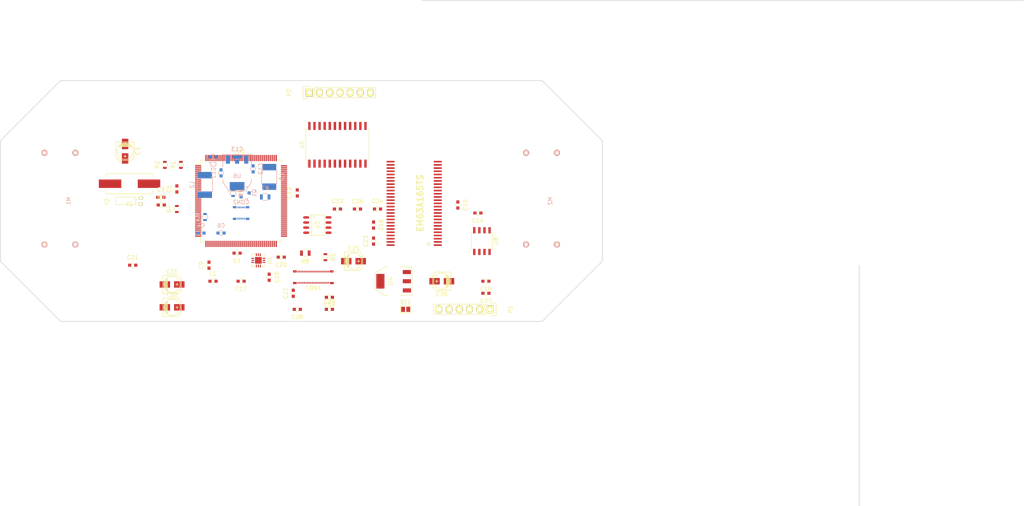
<source format=kicad_pcb>
(kicad_pcb (version 4) (host pcbnew 4.0.1-stable)

  (general
    (links 267)
    (no_connects 267)
    (area -0.075001 -4.727381 150.075001 72.950001)
    (thickness 1.6)
    (drawings 10)
    (tracks 0)
    (zones 0)
    (modules 63)
    (nets 164)
  )

  (page A4)
  (layers
    (0 F.Cu signal)
    (31 B.Cu signal)
    (32 B.Adhes user)
    (33 F.Adhes user)
    (34 B.Paste user)
    (35 F.Paste user)
    (36 B.SilkS user)
    (37 F.SilkS user)
    (38 B.Mask user)
    (39 F.Mask user)
    (40 Dwgs.User user)
    (41 Cmts.User user)
    (42 Eco1.User user)
    (43 Eco2.User user)
    (44 Edge.Cuts user)
    (45 Margin user)
    (46 B.CrtYd user)
    (47 F.CrtYd user)
    (48 B.Fab user)
    (49 F.Fab user)
  )

  (setup
    (last_trace_width 0.25)
    (trace_clearance 0.2)
    (zone_clearance 0.508)
    (zone_45_only no)
    (trace_min 0.2)
    (segment_width 0.2)
    (edge_width 0.15)
    (via_size 0.6)
    (via_drill 0.4)
    (via_min_size 0.4)
    (via_min_drill 0.3)
    (uvia_size 0.3)
    (uvia_drill 0.1)
    (uvias_allowed no)
    (uvia_min_size 0.2)
    (uvia_min_drill 0.1)
    (pcb_text_width 0.3)
    (pcb_text_size 1.5 1.5)
    (mod_edge_width 0.15)
    (mod_text_size 0.000001 0.000001)
    (mod_text_width 0.15)
    (pad_size 1.4 1.4)
    (pad_drill 0.6)
    (pad_to_mask_clearance 0.2)
    (aux_axis_origin 0 0)
    (visible_elements 7FFFFFFF)
    (pcbplotparams
      (layerselection 0x00030_80000001)
      (usegerberextensions false)
      (excludeedgelayer true)
      (linewidth 0.100000)
      (plotframeref false)
      (viasonmask false)
      (mode 1)
      (useauxorigin false)
      (hpglpennumber 1)
      (hpglpenspeed 20)
      (hpglpendiameter 15)
      (hpglpenoverlay 2)
      (psnegative false)
      (psa4output false)
      (plotreference true)
      (plotvalue true)
      (plotinvisibletext false)
      (padsonsilk false)
      (subtractmaskfromsilk false)
      (outputformat 1)
      (mirror false)
      (drillshape 1)
      (scaleselection 1)
      (outputdirectory ""))
  )

  (net 0 "")
  (net 1 GND)
  (net 2 "Net-(C2-Pad1)")
  (net 3 "Net-(C3-Pad1)")
  (net 4 "Net-(C5-Pad1)")
  (net 5 "Net-(C8-Pad1)")
  (net 6 +12V)
  (net 7 +5V)
  (net 8 VDD)
  (net 9 /IRQ)
  (net 10 /SCL)
  (net 11 /SDA)
  (net 12 "Net-(CON2-Pad36)")
  (net 13 /G0)
  (net 14 /CSB)
  (net 15 /SDI)
  (net 16 /B3)
  (net 17 /R1)
  (net 18 /R4)
  (net 19 /RESETB)
  (net 20 /EN)
  (net 21 /VSYNC)
  (net 22 /PCLK)
  (net 23 /HSYNC)
  (net 24 "Net-(L2-Pad1)")
  (net 25 "Net-(L3-Pad1)")
  (net 26 "Net-(M1-Pad1)")
  (net 27 "Net-(M1-Pad2)")
  (net 28 "Net-(M1-Pad3)")
  (net 29 "Net-(M1-Pad4)")
  (net 30 "Net-(M2-Pad1)")
  (net 31 "Net-(M2-Pad2)")
  (net 32 "Net-(M2-Pad3)")
  (net 33 "Net-(M2-Pad4)")
  (net 34 "Net-(P1-Pad2)")
  (net 35 "Net-(P1-Pad4)")
  (net 36 "Net-(P1-Pad5)")
  (net 37 "Net-(Q1-Pad1)")
  (net 38 "Net-(Q1-Pad3)")
  (net 39 "Net-(R4-Pad1)")
  (net 40 /D0)
  (net 41 /D1)
  (net 42 /D2)
  (net 43 /D3)
  (net 44 /D4)
  (net 45 /D5)
  (net 46 /D6)
  (net 47 /D7)
  (net 48 /WE#)
  (net 49 /RAS#)
  (net 50 /A0)
  (net 51 /A1)
  (net 52 /A2)
  (net 53 /A3)
  (net 54 /A4)
  (net 55 /A5)
  (net 56 /A6)
  (net 57 /A7)
  (net 58 /A8)
  (net 59 /NSS)
  (net 60 /SCK)
  (net 61 /MISO)
  (net 62 /MOSI)
  (net 63 "Net-(BT1-Pad1)")
  (net 64 "Net-(C1-Pad1)")
  (net 65 "Net-(C6-Pad1)")
  (net 66 "Net-(C7-Pad1)")
  (net 67 "Net-(CON2-Pad2)")
  (net 68 "Net-(CON2-Pad4)")
  (net 69 "Net-(P1-Pad6)")
  (net 70 "Net-(P2-Pad2)")
  (net 71 "Net-(P2-Pad3)")
  (net 72 "Net-(P2-Pad4)")
  (net 73 "Net-(P2-Pad5)")
  (net 74 "Net-(P2-Pad7)")
  (net 75 "Net-(CON1-Pad13)")
  (net 76 "Net-(CON1-Pad36)")
  (net 77 "Net-(U1-Pad7)")
  (net 78 "Net-(U1-Pad4)")
  (net 79 "Net-(U2-Pad2)")
  (net 80 "Net-(U2-Pad7)")
  (net 81 "Net-(U2-Pad18)")
  (net 82 "Net-(U2-Pad19)")
  (net 83 "Net-(U2-Pad27)")
  (net 84 "Net-(U2-Pad28)")
  (net 85 "Net-(U2-Pad29)")
  (net 86 "Net-(U2-Pad32)")
  (net 87 "Net-(U2-Pad34)")
  (net 88 "Net-(U2-Pad35)")
  (net 89 "Net-(U2-Pad36)")
  (net 90 "Net-(U2-Pad41)")
  (net 91 "Net-(U2-Pad43)")
  (net 92 "Net-(U2-Pad44)")
  (net 93 /A9)
  (net 94 /A10)
  (net 95 /A11)
  (net 96 /D8)
  (net 97 /D9)
  (net 98 /D10)
  (net 99 /D11)
  (net 100 /D12)
  (net 101 /G2)
  (net 102 /G3)
  (net 103 "Net-(U2-Pad73)")
  (net 104 "Net-(U2-Pad74)")
  (net 105 "Net-(U2-Pad75)")
  (net 106 "Net-(U2-Pad76)")
  (net 107 /D13)
  (net 108 /D14)
  (net 109 /D15)
  (net 110 "Net-(U2-Pad80)")
  (net 111 "Net-(U2-Pad81)")
  (net 112 "Net-(U2-Pad82)")
  (net 113 /A12)
  (net 114 "Net-(U2-Pad88)")
  (net 115 /BA0)
  (net 116 /BA1)
  (net 117 /R5)
  (net 118 /CLK)
  (net 119 /G4)
  (net 120 "Net-(U2-Pad98)")
  (net 121 "Net-(U2-Pad102)")
  (net 122 /R2)
  (net 123 /R3)
  (net 124 "Net-(U2-Pad110)")
  (net 125 /R0)
  (net 126 "Net-(U2-Pad112)")
  (net 127 "Net-(U2-Pad113)")
  (net 128 "Net-(U2-Pad116)")
  (net 129 /G5)
  (net 130 "Net-(U2-Pad118)")
  (net 131 "Net-(U2-Pad119)")
  (net 132 /B0)
  (net 133 "Net-(U2-Pad123)")
  (net 134 "Net-(U2-Pad124)")
  (net 135 /G1)
  (net 136 /B1)
  (net 137 /B2)
  (net 138 "Net-(U2-Pad128)")
  (net 139 "Net-(U2-Pad129)")
  (net 140 /CAS#)
  (net 141 "Net-(U2-Pad133)")
  (net 142 "Net-(U2-Pad134)")
  (net 143 /CKE)
  (net 144 /CS#)
  (net 145 "Net-(U2-Pad137)")
  (net 146 /B4)
  (net 147 /B5)
  (net 148 /NBL0)
  (net 149 /NBL1)
  (net 150 "Net-(U3-Pad5)")
  (net 151 "Net-(U5-Pad1)")
  (net 152 "Net-(U5-Pad8)")
  (net 153 "Net-(U5-Pad9)")
  (net 154 "Net-(U5-Pad10)")
  (net 155 "Net-(U5-Pad11)")
  (net 156 "Net-(U5-Pad17)")
  (net 157 "Net-(U5-Pad18)")
  (net 158 "Net-(U7-Pad40)")
  (net 159 "Net-(U5-Pad19)")
  (net 160 "Net-(U5-Pad20)")
  (net 161 "Net-(C13-Pad1)")
  (net 162 "Net-(C20-Pad2)")
  (net 163 "Net-(C22-Pad2)")

  (net_class Default "This is the default net class."
    (clearance 0.2)
    (trace_width 0.25)
    (via_dia 0.6)
    (via_drill 0.4)
    (uvia_dia 0.3)
    (uvia_drill 0.1)
    (add_net +12V)
    (add_net +5V)
    (add_net /A0)
    (add_net /A1)
    (add_net /A10)
    (add_net /A11)
    (add_net /A12)
    (add_net /A2)
    (add_net /A3)
    (add_net /A4)
    (add_net /A5)
    (add_net /A6)
    (add_net /A7)
    (add_net /A8)
    (add_net /A9)
    (add_net /B0)
    (add_net /B1)
    (add_net /B2)
    (add_net /B3)
    (add_net /B4)
    (add_net /B5)
    (add_net /BA0)
    (add_net /BA1)
    (add_net /CAS#)
    (add_net /CKE)
    (add_net /CLK)
    (add_net /CS#)
    (add_net /CSB)
    (add_net /D0)
    (add_net /D1)
    (add_net /D10)
    (add_net /D11)
    (add_net /D12)
    (add_net /D13)
    (add_net /D14)
    (add_net /D15)
    (add_net /D2)
    (add_net /D3)
    (add_net /D4)
    (add_net /D5)
    (add_net /D6)
    (add_net /D7)
    (add_net /D8)
    (add_net /D9)
    (add_net /EN)
    (add_net /G0)
    (add_net /G1)
    (add_net /G2)
    (add_net /G3)
    (add_net /G4)
    (add_net /G5)
    (add_net /HSYNC)
    (add_net /IRQ)
    (add_net /MISO)
    (add_net /MOSI)
    (add_net /NBL0)
    (add_net /NBL1)
    (add_net /NSS)
    (add_net /PCLK)
    (add_net /R0)
    (add_net /R1)
    (add_net /R2)
    (add_net /R3)
    (add_net /R4)
    (add_net /R5)
    (add_net /RAS#)
    (add_net /RESETB)
    (add_net /SCK)
    (add_net /SCL)
    (add_net /SDA)
    (add_net /SDI)
    (add_net /VSYNC)
    (add_net /WE#)
    (add_net GND)
    (add_net "Net-(BT1-Pad1)")
    (add_net "Net-(C1-Pad1)")
    (add_net "Net-(C13-Pad1)")
    (add_net "Net-(C2-Pad1)")
    (add_net "Net-(C20-Pad2)")
    (add_net "Net-(C22-Pad2)")
    (add_net "Net-(C3-Pad1)")
    (add_net "Net-(C5-Pad1)")
    (add_net "Net-(C6-Pad1)")
    (add_net "Net-(C7-Pad1)")
    (add_net "Net-(C8-Pad1)")
    (add_net "Net-(CON1-Pad13)")
    (add_net "Net-(CON1-Pad36)")
    (add_net "Net-(CON2-Pad2)")
    (add_net "Net-(CON2-Pad36)")
    (add_net "Net-(CON2-Pad4)")
    (add_net "Net-(L2-Pad1)")
    (add_net "Net-(L3-Pad1)")
    (add_net "Net-(M1-Pad1)")
    (add_net "Net-(M1-Pad2)")
    (add_net "Net-(M1-Pad3)")
    (add_net "Net-(M1-Pad4)")
    (add_net "Net-(M2-Pad1)")
    (add_net "Net-(M2-Pad2)")
    (add_net "Net-(M2-Pad3)")
    (add_net "Net-(M2-Pad4)")
    (add_net "Net-(P1-Pad2)")
    (add_net "Net-(P1-Pad4)")
    (add_net "Net-(P1-Pad5)")
    (add_net "Net-(P1-Pad6)")
    (add_net "Net-(P2-Pad2)")
    (add_net "Net-(P2-Pad3)")
    (add_net "Net-(P2-Pad4)")
    (add_net "Net-(P2-Pad5)")
    (add_net "Net-(P2-Pad7)")
    (add_net "Net-(Q1-Pad1)")
    (add_net "Net-(Q1-Pad3)")
    (add_net "Net-(R4-Pad1)")
    (add_net "Net-(U1-Pad4)")
    (add_net "Net-(U1-Pad7)")
    (add_net "Net-(U2-Pad102)")
    (add_net "Net-(U2-Pad110)")
    (add_net "Net-(U2-Pad112)")
    (add_net "Net-(U2-Pad113)")
    (add_net "Net-(U2-Pad116)")
    (add_net "Net-(U2-Pad118)")
    (add_net "Net-(U2-Pad119)")
    (add_net "Net-(U2-Pad123)")
    (add_net "Net-(U2-Pad124)")
    (add_net "Net-(U2-Pad128)")
    (add_net "Net-(U2-Pad129)")
    (add_net "Net-(U2-Pad133)")
    (add_net "Net-(U2-Pad134)")
    (add_net "Net-(U2-Pad137)")
    (add_net "Net-(U2-Pad18)")
    (add_net "Net-(U2-Pad19)")
    (add_net "Net-(U2-Pad2)")
    (add_net "Net-(U2-Pad27)")
    (add_net "Net-(U2-Pad28)")
    (add_net "Net-(U2-Pad29)")
    (add_net "Net-(U2-Pad32)")
    (add_net "Net-(U2-Pad34)")
    (add_net "Net-(U2-Pad35)")
    (add_net "Net-(U2-Pad36)")
    (add_net "Net-(U2-Pad41)")
    (add_net "Net-(U2-Pad43)")
    (add_net "Net-(U2-Pad44)")
    (add_net "Net-(U2-Pad7)")
    (add_net "Net-(U2-Pad73)")
    (add_net "Net-(U2-Pad74)")
    (add_net "Net-(U2-Pad75)")
    (add_net "Net-(U2-Pad76)")
    (add_net "Net-(U2-Pad80)")
    (add_net "Net-(U2-Pad81)")
    (add_net "Net-(U2-Pad82)")
    (add_net "Net-(U2-Pad88)")
    (add_net "Net-(U2-Pad98)")
    (add_net "Net-(U3-Pad5)")
    (add_net "Net-(U5-Pad1)")
    (add_net "Net-(U5-Pad10)")
    (add_net "Net-(U5-Pad11)")
    (add_net "Net-(U5-Pad17)")
    (add_net "Net-(U5-Pad18)")
    (add_net "Net-(U5-Pad19)")
    (add_net "Net-(U5-Pad20)")
    (add_net "Net-(U5-Pad8)")
    (add_net "Net-(U5-Pad9)")
    (add_net "Net-(U7-Pad40)")
    (add_net VDD)
  )

  (module Housings_SOIC:SOIC-24_7.5x15.4mm_Pitch1.27mm (layer F.Cu) (tedit 54130A77) (tstamp 56EFFE60)
    (at 84 16 90)
    (descr "24-Lead Plastic Small Outline (SO) - Wide, 7.50 mm Body [SOIC] (see Microchip Packaging Specification 00000049BS.pdf)")
    (tags "SOIC 1.27")
    (path /56C3DC39)
    (attr smd)
    (fp_text reference U5 (at 0 -8.8 90) (layer F.SilkS)
      (effects (font (size 1 1) (thickness 0.15)))
    )
    (fp_text value PCA9555 (at 0 8.8 90) (layer F.Fab)
      (effects (font (size 1 1) (thickness 0.15)))
    )
    (fp_line (start -5.95 -8.05) (end -5.95 8.05) (layer F.CrtYd) (width 0.05))
    (fp_line (start 5.95 -8.05) (end 5.95 8.05) (layer F.CrtYd) (width 0.05))
    (fp_line (start -5.95 -8.05) (end 5.95 -8.05) (layer F.CrtYd) (width 0.05))
    (fp_line (start -5.95 8.05) (end 5.95 8.05) (layer F.CrtYd) (width 0.05))
    (fp_line (start -3.875 -7.875) (end -3.875 -7.51) (layer F.SilkS) (width 0.15))
    (fp_line (start 3.875 -7.875) (end 3.875 -7.51) (layer F.SilkS) (width 0.15))
    (fp_line (start 3.875 7.875) (end 3.875 7.51) (layer F.SilkS) (width 0.15))
    (fp_line (start -3.875 7.875) (end -3.875 7.51) (layer F.SilkS) (width 0.15))
    (fp_line (start -3.875 -7.875) (end 3.875 -7.875) (layer F.SilkS) (width 0.15))
    (fp_line (start -3.875 7.875) (end 3.875 7.875) (layer F.SilkS) (width 0.15))
    (fp_line (start -3.875 -7.51) (end -5.7 -7.51) (layer F.SilkS) (width 0.15))
    (pad 1 smd rect (at -4.7 -6.985 90) (size 2 0.6) (layers F.Cu F.Paste F.Mask)
      (net 151 "Net-(U5-Pad1)"))
    (pad 2 smd rect (at -4.7 -5.715 90) (size 2 0.6) (layers F.Cu F.Paste F.Mask)
      (net 1 GND))
    (pad 3 smd rect (at -4.7 -4.445 90) (size 2 0.6) (layers F.Cu F.Paste F.Mask)
      (net 1 GND))
    (pad 4 smd rect (at -4.7 -3.175 90) (size 2 0.6) (layers F.Cu F.Paste F.Mask)
      (net 26 "Net-(M1-Pad1)"))
    (pad 5 smd rect (at -4.7 -1.905 90) (size 2 0.6) (layers F.Cu F.Paste F.Mask)
      (net 27 "Net-(M1-Pad2)"))
    (pad 6 smd rect (at -4.7 -0.635 90) (size 2 0.6) (layers F.Cu F.Paste F.Mask)
      (net 28 "Net-(M1-Pad3)"))
    (pad 7 smd rect (at -4.7 0.635 90) (size 2 0.6) (layers F.Cu F.Paste F.Mask)
      (net 29 "Net-(M1-Pad4)"))
    (pad 8 smd rect (at -4.7 1.905 90) (size 2 0.6) (layers F.Cu F.Paste F.Mask)
      (net 152 "Net-(U5-Pad8)"))
    (pad 9 smd rect (at -4.7 3.175 90) (size 2 0.6) (layers F.Cu F.Paste F.Mask)
      (net 153 "Net-(U5-Pad9)"))
    (pad 10 smd rect (at -4.7 4.445 90) (size 2 0.6) (layers F.Cu F.Paste F.Mask)
      (net 154 "Net-(U5-Pad10)"))
    (pad 11 smd rect (at -4.7 5.715 90) (size 2 0.6) (layers F.Cu F.Paste F.Mask)
      (net 155 "Net-(U5-Pad11)"))
    (pad 12 smd rect (at -4.7 6.985 90) (size 2 0.6) (layers F.Cu F.Paste F.Mask)
      (net 1 GND))
    (pad 13 smd rect (at 4.7 6.985 90) (size 2 0.6) (layers F.Cu F.Paste F.Mask)
      (net 30 "Net-(M2-Pad1)"))
    (pad 14 smd rect (at 4.7 5.715 90) (size 2 0.6) (layers F.Cu F.Paste F.Mask)
      (net 31 "Net-(M2-Pad2)"))
    (pad 15 smd rect (at 4.7 4.445 90) (size 2 0.6) (layers F.Cu F.Paste F.Mask)
      (net 32 "Net-(M2-Pad3)"))
    (pad 16 smd rect (at 4.7 3.175 90) (size 2 0.6) (layers F.Cu F.Paste F.Mask)
      (net 33 "Net-(M2-Pad4)"))
    (pad 17 smd rect (at 4.7 1.905 90) (size 2 0.6) (layers F.Cu F.Paste F.Mask)
      (net 156 "Net-(U5-Pad17)"))
    (pad 18 smd rect (at 4.7 0.635 90) (size 2 0.6) (layers F.Cu F.Paste F.Mask)
      (net 157 "Net-(U5-Pad18)"))
    (pad 19 smd rect (at 4.7 -0.635 90) (size 2 0.6) (layers F.Cu F.Paste F.Mask)
      (net 159 "Net-(U5-Pad19)"))
    (pad 20 smd rect (at 4.7 -1.905 90) (size 2 0.6) (layers F.Cu F.Paste F.Mask)
      (net 160 "Net-(U5-Pad20)"))
    (pad 21 smd rect (at 4.7 -3.175 90) (size 2 0.6) (layers F.Cu F.Paste F.Mask)
      (net 1 GND))
    (pad 22 smd rect (at 4.7 -4.445 90) (size 2 0.6) (layers F.Cu F.Paste F.Mask)
      (net 10 /SCL))
    (pad 23 smd rect (at 4.7 -5.715 90) (size 2 0.6) (layers F.Cu F.Paste F.Mask)
      (net 11 /SDA))
    (pad 24 smd rect (at 4.7 -6.985 90) (size 2 0.6) (layers F.Cu F.Paste F.Mask)
      (net 7 +5V))
    (model Housings_SOIC.3dshapes/SOIC-24_7.5x15.4mm_Pitch1.27mm.wrl
      (at (xyz 0 0 0))
      (scale (xyz 1 1 1))
      (rotate (xyz 0 0 0))
    )
  )

  (module Capacitors_SMD:C_0603 (layer F.Cu) (tedit 5415D631) (tstamp 56A2282C)
    (at 59 43 180)
    (descr "Capacitor SMD 0603, reflow soldering, AVX (see smccp.pdf)")
    (tags "capacitor 0603")
    (path /569B5011)
    (attr smd)
    (fp_text reference C1 (at 0 -1.9 180) (layer F.SilkS)
      (effects (font (size 1 1) (thickness 0.15)))
    )
    (fp_text value 10uF (at 0 1.9 180) (layer F.Fab)
      (effects (font (size 1 1) (thickness 0.15)))
    )
    (fp_line (start -1.45 -0.75) (end 1.45 -0.75) (layer F.CrtYd) (width 0.05))
    (fp_line (start -1.45 0.75) (end 1.45 0.75) (layer F.CrtYd) (width 0.05))
    (fp_line (start -1.45 -0.75) (end -1.45 0.75) (layer F.CrtYd) (width 0.05))
    (fp_line (start 1.45 -0.75) (end 1.45 0.75) (layer F.CrtYd) (width 0.05))
    (fp_line (start -0.35 -0.6) (end 0.35 -0.6) (layer F.SilkS) (width 0.15))
    (fp_line (start 0.35 0.6) (end -0.35 0.6) (layer F.SilkS) (width 0.15))
    (pad 1 smd rect (at -0.75 0 180) (size 0.8 0.75) (layers F.Cu F.Paste F.Mask)
      (net 64 "Net-(C1-Pad1)"))
    (pad 2 smd rect (at 0.75 0 180) (size 0.8 0.75) (layers F.Cu F.Paste F.Mask)
      (net 1 GND))
    (model Capacitors_SMD.3dshapes/C_0603.wrl
      (at (xyz 0 0 0))
      (scale (xyz 1 1 1))
      (rotate (xyz 0 0 0))
    )
  )

  (module Capacitors_SMD:C_0603 (layer B.Cu) (tedit 5415D631) (tstamp 56A22838)
    (at 53 19)
    (descr "Capacitor SMD 0603, reflow soldering, AVX (see smccp.pdf)")
    (tags "capacitor 0603")
    (path /569B2B9E)
    (attr smd)
    (fp_text reference C2 (at 0 1.9) (layer B.SilkS)
      (effects (font (size 1 1) (thickness 0.15)) (justify mirror))
    )
    (fp_text value 1uF (at 0 -1.9) (layer B.Fab)
      (effects (font (size 1 1) (thickness 0.15)) (justify mirror))
    )
    (fp_line (start -1.45 0.75) (end 1.45 0.75) (layer B.CrtYd) (width 0.05))
    (fp_line (start -1.45 -0.75) (end 1.45 -0.75) (layer B.CrtYd) (width 0.05))
    (fp_line (start -1.45 0.75) (end -1.45 -0.75) (layer B.CrtYd) (width 0.05))
    (fp_line (start 1.45 0.75) (end 1.45 -0.75) (layer B.CrtYd) (width 0.05))
    (fp_line (start -0.35 0.6) (end 0.35 0.6) (layer B.SilkS) (width 0.15))
    (fp_line (start 0.35 -0.6) (end -0.35 -0.6) (layer B.SilkS) (width 0.15))
    (pad 1 smd rect (at -0.75 0) (size 0.8 0.75) (layers B.Cu B.Paste B.Mask)
      (net 2 "Net-(C2-Pad1)"))
    (pad 2 smd rect (at 0.75 0) (size 0.8 0.75) (layers B.Cu B.Paste B.Mask)
      (net 1 GND))
    (model Capacitors_SMD.3dshapes/C_0603.wrl
      (at (xyz 0 0 0))
      (scale (xyz 1 1 1))
      (rotate (xyz 0 0 0))
    )
  )

  (module Capacitors_SMD:C_0603 (layer B.Cu) (tedit 5415D631) (tstamp 56A22850)
    (at 50 38 180)
    (descr "Capacitor SMD 0603, reflow soldering, AVX (see smccp.pdf)")
    (tags "capacitor 0603")
    (path /5699924E)
    (attr smd)
    (fp_text reference C4 (at 0 1.9 180) (layer B.SilkS)
      (effects (font (size 1 1) (thickness 0.15)) (justify mirror))
    )
    (fp_text value 100nF (at 0 -1.9 180) (layer B.Fab)
      (effects (font (size 1 1) (thickness 0.15)) (justify mirror))
    )
    (fp_line (start -1.45 0.75) (end 1.45 0.75) (layer B.CrtYd) (width 0.05))
    (fp_line (start -1.45 -0.75) (end 1.45 -0.75) (layer B.CrtYd) (width 0.05))
    (fp_line (start -1.45 0.75) (end -1.45 -0.75) (layer B.CrtYd) (width 0.05))
    (fp_line (start 1.45 0.75) (end 1.45 -0.75) (layer B.CrtYd) (width 0.05))
    (fp_line (start -0.35 0.6) (end 0.35 0.6) (layer B.SilkS) (width 0.15))
    (fp_line (start 0.35 -0.6) (end -0.35 -0.6) (layer B.SilkS) (width 0.15))
    (pad 1 smd rect (at -0.75 0 180) (size 0.8 0.75) (layers B.Cu B.Paste B.Mask)
      (net 3 "Net-(C3-Pad1)"))
    (pad 2 smd rect (at 0.75 0 180) (size 0.8 0.75) (layers B.Cu B.Paste B.Mask)
      (net 1 GND))
    (model Capacitors_SMD.3dshapes/C_0603.wrl
      (at (xyz 0 0 0))
      (scale (xyz 1 1 1))
      (rotate (xyz 0 0 0))
    )
  )

  (module Capacitors_SMD:C_0603 (layer F.Cu) (tedit 5415D631) (tstamp 56A2285C)
    (at 44 27 90)
    (descr "Capacitor SMD 0603, reflow soldering, AVX (see smccp.pdf)")
    (tags "capacitor 0603")
    (path /56C20E80)
    (attr smd)
    (fp_text reference C5 (at 0 -1.9 90) (layer F.SilkS)
      (effects (font (size 1 1) (thickness 0.15)))
    )
    (fp_text value 20pF (at 0 1.9 90) (layer F.Fab)
      (effects (font (size 1 1) (thickness 0.15)))
    )
    (fp_line (start -1.45 -0.75) (end 1.45 -0.75) (layer F.CrtYd) (width 0.05))
    (fp_line (start -1.45 0.75) (end 1.45 0.75) (layer F.CrtYd) (width 0.05))
    (fp_line (start -1.45 -0.75) (end -1.45 0.75) (layer F.CrtYd) (width 0.05))
    (fp_line (start 1.45 -0.75) (end 1.45 0.75) (layer F.CrtYd) (width 0.05))
    (fp_line (start -0.35 -0.6) (end 0.35 -0.6) (layer F.SilkS) (width 0.15))
    (fp_line (start 0.35 0.6) (end -0.35 0.6) (layer F.SilkS) (width 0.15))
    (pad 1 smd rect (at -0.75 0 90) (size 0.8 0.75) (layers F.Cu F.Paste F.Mask)
      (net 4 "Net-(C5-Pad1)"))
    (pad 2 smd rect (at 0.75 0 90) (size 0.8 0.75) (layers F.Cu F.Paste F.Mask)
      (net 1 GND))
    (model Capacitors_SMD.3dshapes/C_0603.wrl
      (at (xyz 0 0 0))
      (scale (xyz 1 1 1))
      (rotate (xyz 0 0 0))
    )
  )

  (module Capacitors_SMD:C_0603 (layer F.Cu) (tedit 5415D631) (tstamp 56A2288C)
    (at 52 46 90)
    (descr "Capacitor SMD 0603, reflow soldering, AVX (see smccp.pdf)")
    (tags "capacitor 0603")
    (path /569B5900)
    (attr smd)
    (fp_text reference C9 (at 0 -1.9 90) (layer F.SilkS)
      (effects (font (size 1 1) (thickness 0.15)))
    )
    (fp_text value 10uF (at 0 1.9 90) (layer F.Fab)
      (effects (font (size 1 1) (thickness 0.15)))
    )
    (fp_line (start -1.45 -0.75) (end 1.45 -0.75) (layer F.CrtYd) (width 0.05))
    (fp_line (start -1.45 0.75) (end 1.45 0.75) (layer F.CrtYd) (width 0.05))
    (fp_line (start -1.45 -0.75) (end -1.45 0.75) (layer F.CrtYd) (width 0.05))
    (fp_line (start 1.45 -0.75) (end 1.45 0.75) (layer F.CrtYd) (width 0.05))
    (fp_line (start -0.35 -0.6) (end 0.35 -0.6) (layer F.SilkS) (width 0.15))
    (fp_line (start 0.35 0.6) (end -0.35 0.6) (layer F.SilkS) (width 0.15))
    (pad 1 smd rect (at -0.75 0 90) (size 0.8 0.75) (layers F.Cu F.Paste F.Mask)
      (net 161 "Net-(C13-Pad1)"))
    (pad 2 smd rect (at 0.75 0 90) (size 0.8 0.75) (layers F.Cu F.Paste F.Mask)
      (net 1 GND))
    (model Capacitors_SMD.3dshapes/C_0603.wrl
      (at (xyz 0 0 0))
      (scale (xyz 1 1 1))
      (rotate (xyz 0 0 0))
    )
  )

  (module Capacitors_SMD:C_0603 (layer F.Cu) (tedit 5415D631) (tstamp 56A22898)
    (at 67 49 270)
    (descr "Capacitor SMD 0603, reflow soldering, AVX (see smccp.pdf)")
    (tags "capacitor 0603")
    (path /56E87671)
    (attr smd)
    (fp_text reference C10 (at 0 -1.9 270) (layer F.SilkS)
      (effects (font (size 1 1) (thickness 0.15)))
    )
    (fp_text value C (at 0 1.9 270) (layer F.Fab)
      (effects (font (size 1 1) (thickness 0.15)))
    )
    (fp_line (start -1.45 -0.75) (end 1.45 -0.75) (layer F.CrtYd) (width 0.05))
    (fp_line (start -1.45 0.75) (end 1.45 0.75) (layer F.CrtYd) (width 0.05))
    (fp_line (start -1.45 -0.75) (end -1.45 0.75) (layer F.CrtYd) (width 0.05))
    (fp_line (start 1.45 -0.75) (end 1.45 0.75) (layer F.CrtYd) (width 0.05))
    (fp_line (start -0.35 -0.6) (end 0.35 -0.6) (layer F.SilkS) (width 0.15))
    (fp_line (start 0.35 0.6) (end -0.35 0.6) (layer F.SilkS) (width 0.15))
    (pad 1 smd rect (at -0.75 0 270) (size 0.8 0.75) (layers F.Cu F.Paste F.Mask)
      (net 1 GND))
    (pad 2 smd rect (at 0.75 0 270) (size 0.8 0.75) (layers F.Cu F.Paste F.Mask)
      (net 63 "Net-(BT1-Pad1)"))
    (model Capacitors_SMD.3dshapes/C_0603.wrl
      (at (xyz 0 0 0))
      (scale (xyz 1 1 1))
      (rotate (xyz 0 0 0))
    )
  )

  (module Capacitors_SMD:C_0603 (layer B.Cu) (tedit 5415D631) (tstamp 56A228A4)
    (at 55 23 270)
    (descr "Capacitor SMD 0603, reflow soldering, AVX (see smccp.pdf)")
    (tags "capacitor 0603")
    (path /56E869FA)
    (attr smd)
    (fp_text reference C11 (at 0 1.9 270) (layer B.SilkS)
      (effects (font (size 1 1) (thickness 0.15)) (justify mirror))
    )
    (fp_text value C (at 0 -1.9 270) (layer B.Fab)
      (effects (font (size 1 1) (thickness 0.15)) (justify mirror))
    )
    (fp_line (start -1.45 0.75) (end 1.45 0.75) (layer B.CrtYd) (width 0.05))
    (fp_line (start -1.45 -0.75) (end 1.45 -0.75) (layer B.CrtYd) (width 0.05))
    (fp_line (start -1.45 0.75) (end -1.45 -0.75) (layer B.CrtYd) (width 0.05))
    (fp_line (start 1.45 0.75) (end 1.45 -0.75) (layer B.CrtYd) (width 0.05))
    (fp_line (start -0.35 0.6) (end 0.35 0.6) (layer B.SilkS) (width 0.15))
    (fp_line (start 0.35 -0.6) (end -0.35 -0.6) (layer B.SilkS) (width 0.15))
    (pad 1 smd rect (at -0.75 0 270) (size 0.8 0.75) (layers B.Cu B.Paste B.Mask)
      (net 1 GND))
    (pad 2 smd rect (at 0.75 0 270) (size 0.8 0.75) (layers B.Cu B.Paste B.Mask)
      (net 8 VDD))
    (model Capacitors_SMD.3dshapes/C_0603.wrl
      (at (xyz 0 0 0))
      (scale (xyz 1 1 1))
      (rotate (xyz 0 0 0))
    )
  )

  (module Capacitors_SMD:C_0603 (layer B.Cu) (tedit 5415D631) (tstamp 56A228B0)
    (at 63 22 90)
    (descr "Capacitor SMD 0603, reflow soldering, AVX (see smccp.pdf)")
    (tags "capacitor 0603")
    (path /56E85E0A)
    (attr smd)
    (fp_text reference C12 (at 0 1.9 90) (layer B.SilkS)
      (effects (font (size 1 1) (thickness 0.15)) (justify mirror))
    )
    (fp_text value C (at 0 -1.9 90) (layer B.Fab)
      (effects (font (size 1 1) (thickness 0.15)) (justify mirror))
    )
    (fp_line (start -1.45 0.75) (end 1.45 0.75) (layer B.CrtYd) (width 0.05))
    (fp_line (start -1.45 -0.75) (end 1.45 -0.75) (layer B.CrtYd) (width 0.05))
    (fp_line (start -1.45 0.75) (end -1.45 -0.75) (layer B.CrtYd) (width 0.05))
    (fp_line (start 1.45 0.75) (end 1.45 -0.75) (layer B.CrtYd) (width 0.05))
    (fp_line (start -0.35 0.6) (end 0.35 0.6) (layer B.SilkS) (width 0.15))
    (fp_line (start 0.35 -0.6) (end -0.35 -0.6) (layer B.SilkS) (width 0.15))
    (pad 1 smd rect (at -0.75 0 90) (size 0.8 0.75) (layers B.Cu B.Paste B.Mask)
      (net 8 VDD))
    (pad 2 smd rect (at 0.75 0 90) (size 0.8 0.75) (layers B.Cu B.Paste B.Mask)
      (net 1 GND))
    (model Capacitors_SMD.3dshapes/C_0603.wrl
      (at (xyz 0 0 0))
      (scale (xyz 1 1 1))
      (rotate (xyz 0 0 0))
    )
  )

  (module Capacitors_SMD:C_0603 (layer B.Cu) (tedit 5415D631) (tstamp 56A228BC)
    (at 59 19 180)
    (descr "Capacitor SMD 0603, reflow soldering, AVX (see smccp.pdf)")
    (tags "capacitor 0603")
    (path /56F04A90)
    (attr smd)
    (fp_text reference C13 (at 0 1.9 180) (layer B.SilkS)
      (effects (font (size 1 1) (thickness 0.15)) (justify mirror))
    )
    (fp_text value 10uF (at 0 -1.9 180) (layer B.Fab)
      (effects (font (size 1 1) (thickness 0.15)) (justify mirror))
    )
    (fp_line (start -1.45 0.75) (end 1.45 0.75) (layer B.CrtYd) (width 0.05))
    (fp_line (start -1.45 -0.75) (end 1.45 -0.75) (layer B.CrtYd) (width 0.05))
    (fp_line (start -1.45 0.75) (end -1.45 -0.75) (layer B.CrtYd) (width 0.05))
    (fp_line (start 1.45 0.75) (end 1.45 -0.75) (layer B.CrtYd) (width 0.05))
    (fp_line (start -0.35 0.6) (end 0.35 0.6) (layer B.SilkS) (width 0.15))
    (fp_line (start 0.35 -0.6) (end -0.35 -0.6) (layer B.SilkS) (width 0.15))
    (pad 1 smd rect (at -0.75 0 180) (size 0.8 0.75) (layers B.Cu B.Paste B.Mask)
      (net 161 "Net-(C13-Pad1)"))
    (pad 2 smd rect (at 0.75 0 180) (size 0.8 0.75) (layers B.Cu B.Paste B.Mask)
      (net 1 GND))
    (model Capacitors_SMD.3dshapes/C_0603.wrl
      (at (xyz 0 0 0))
      (scale (xyz 1 1 1))
      (rotate (xyz 0 0 0))
    )
  )

  (module Capacitors_SMD:C_0603 (layer F.Cu) (tedit 5415D631) (tstamp 56A22976)
    (at 53 50)
    (descr "Capacitor SMD 0603, reflow soldering, AVX (see smccp.pdf)")
    (tags "capacitor 0603")
    (path /56998C25)
    (attr smd)
    (fp_text reference L1 (at 0 -1.9) (layer F.SilkS)
      (effects (font (size 1 1) (thickness 0.15)))
    )
    (fp_text value INDUCTOR (at 0 1.9) (layer F.Fab)
      (effects (font (size 1 1) (thickness 0.15)))
    )
    (fp_line (start -1.45 -0.75) (end 1.45 -0.75) (layer F.CrtYd) (width 0.05))
    (fp_line (start -1.45 0.75) (end 1.45 0.75) (layer F.CrtYd) (width 0.05))
    (fp_line (start -1.45 -0.75) (end -1.45 0.75) (layer F.CrtYd) (width 0.05))
    (fp_line (start 1.45 -0.75) (end 1.45 0.75) (layer F.CrtYd) (width 0.05))
    (fp_line (start -0.35 -0.6) (end 0.35 -0.6) (layer F.SilkS) (width 0.15))
    (fp_line (start 0.35 0.6) (end -0.35 0.6) (layer F.SilkS) (width 0.15))
    (pad 1 smd rect (at -0.75 0) (size 0.8 0.75) (layers F.Cu F.Paste F.Mask)
      (net 3 "Net-(C3-Pad1)"))
    (pad 2 smd rect (at 0.75 0) (size 0.8 0.75) (layers F.Cu F.Paste F.Mask)
      (net 8 VDD))
    (model Capacitors_SMD.3dshapes/C_0603.wrl
      (at (xyz 0 0 0))
      (scale (xyz 1 1 1))
      (rotate (xyz 0 0 0))
    )
  )

  (module Resistors_SMD:R_1812 (layer B.Cu) (tedit 5572A4A8) (tstamp 56A22982)
    (at 51 26 270)
    (descr "Resistor SMD 1812, flow soldering, Panasonic (see ERJ12)")
    (tags "resistor 1812")
    (path /569B415F)
    (attr smd)
    (fp_text reference L2 (at 0 3.175 270) (layer B.SilkS)
      (effects (font (size 1 1) (thickness 0.15)) (justify mirror))
    )
    (fp_text value 4.7uH (at 0 -3.175 270) (layer B.Fab)
      (effects (font (size 1 1) (thickness 0.15)) (justify mirror))
    )
    (fp_line (start -3.5052 2.2352) (end 3.5052 2.2352) (layer B.CrtYd) (width 0.05))
    (fp_line (start 3.5052 2.2352) (end 3.5052 -2.2352) (layer B.CrtYd) (width 0.05))
    (fp_line (start 3.5052 -2.2352) (end -3.5052 -2.2352) (layer B.CrtYd) (width 0.05))
    (fp_line (start -3.5052 -2.2352) (end -3.5052 2.2352) (layer B.CrtYd) (width 0.05))
    (fp_line (start -1.7272 -1.8796) (end 1.7272 -1.8796) (layer B.SilkS) (width 0.15))
    (fp_line (start -1.7272 1.8796) (end 1.7272 1.8796) (layer B.SilkS) (width 0.15))
    (pad 1 smd rect (at -2.4384 0 270) (size 1.6 3.5) (layers B.Cu B.Paste B.Mask)
      (net 24 "Net-(L2-Pad1)"))
    (pad 2 smd rect (at 2.4384 0 270) (size 1.6 3.5) (layers B.Cu B.Paste B.Mask)
      (net 8 VDD))
  )

  (module Resistors_SMD:R_1812 (layer B.Cu) (tedit 5572A4A8) (tstamp 56A2298E)
    (at 67 24 90)
    (descr "Resistor SMD 1812, flow soldering, Panasonic (see ERJ12)")
    (tags "resistor 1812")
    (path /569B4842)
    (attr smd)
    (fp_text reference L3 (at 0 3.175 90) (layer B.SilkS)
      (effects (font (size 1 1) (thickness 0.15)) (justify mirror))
    )
    (fp_text value 4.7uH (at 0 -3.175 90) (layer B.Fab)
      (effects (font (size 1 1) (thickness 0.15)) (justify mirror))
    )
    (fp_line (start -3.5052 2.2352) (end 3.5052 2.2352) (layer B.CrtYd) (width 0.05))
    (fp_line (start 3.5052 2.2352) (end 3.5052 -2.2352) (layer B.CrtYd) (width 0.05))
    (fp_line (start 3.5052 -2.2352) (end -3.5052 -2.2352) (layer B.CrtYd) (width 0.05))
    (fp_line (start -3.5052 -2.2352) (end -3.5052 2.2352) (layer B.CrtYd) (width 0.05))
    (fp_line (start -1.7272 -1.8796) (end 1.7272 -1.8796) (layer B.SilkS) (width 0.15))
    (fp_line (start -1.7272 1.8796) (end 1.7272 1.8796) (layer B.SilkS) (width 0.15))
    (pad 1 smd rect (at -2.4384 0 90) (size 1.6 3.5) (layers B.Cu B.Paste B.Mask)
      (net 25 "Net-(L3-Pad1)"))
    (pad 2 smd rect (at 2.4384 0 90) (size 1.6 3.5) (layers B.Cu B.Paste B.Mask)
      (net 1 GND))
  )

  (module uberdashboard:VID23 (layer B.Cu) (tedit 569E2004) (tstamp 56A22996)
    (at 15 30 270)
    (path /569FE430)
    (fp_text reference M1 (at 0 -2 270) (layer B.SilkS)
      (effects (font (size 1 1) (thickness 0.15)) (justify mirror))
    )
    (fp_text value VID23-03 (at 0 3.5 270) (layer B.Fab)
      (effects (font (size 1 1) (thickness 0.15)) (justify mirror))
    )
    (pad 1 thru_hole circle (at -12 4 270) (size 1.524 1.524) (drill 0.762) (layers *.Cu *.Mask B.SilkS)
      (net 26 "Net-(M1-Pad1)"))
    (pad 2 thru_hole circle (at -12 -3.7 270) (size 1.524 1.524) (drill 0.762) (layers *.Cu *.Mask B.SilkS)
      (net 27 "Net-(M1-Pad2)"))
    (pad 3 thru_hole circle (at 10.85 -3.7 270) (size 1.524 1.524) (drill 0.762) (layers *.Cu *.Mask B.SilkS)
      (net 28 "Net-(M1-Pad3)"))
    (pad 4 thru_hole circle (at 10.85 4 270) (size 1.524 1.524) (drill 0.762) (layers *.Cu *.Mask B.SilkS)
      (net 29 "Net-(M1-Pad4)"))
  )

  (module uberdashboard:VID23 (layer B.Cu) (tedit 569E2004) (tstamp 56A2299E)
    (at 135 30 270)
    (path /569FE517)
    (fp_text reference M2 (at 0 -2 270) (layer B.SilkS)
      (effects (font (size 1 1) (thickness 0.15)) (justify mirror))
    )
    (fp_text value VID23-03 (at 0 3.5 270) (layer B.Fab)
      (effects (font (size 1 1) (thickness 0.15)) (justify mirror))
    )
    (pad 1 thru_hole circle (at -12 4 270) (size 1.524 1.524) (drill 0.762) (layers *.Cu *.Mask B.SilkS)
      (net 30 "Net-(M2-Pad1)"))
    (pad 2 thru_hole circle (at -12 -3.7 270) (size 1.524 1.524) (drill 0.762) (layers *.Cu *.Mask B.SilkS)
      (net 31 "Net-(M2-Pad2)"))
    (pad 3 thru_hole circle (at 10.85 -3.7 270) (size 1.524 1.524) (drill 0.762) (layers *.Cu *.Mask B.SilkS)
      (net 32 "Net-(M2-Pad3)"))
    (pad 4 thru_hole circle (at 10.85 4 270) (size 1.524 1.524) (drill 0.762) (layers *.Cu *.Mask B.SilkS)
      (net 33 "Net-(M2-Pad4)"))
  )

  (module TO_SOT_Packages_SMD:SOT-23 (layer B.Cu) (tedit 553634F8) (tstamp 56A229C4)
    (at 61 28 90)
    (descr "SOT-23, Standard")
    (tags SOT-23)
    (path /569A604D)
    (attr smd)
    (fp_text reference Q1 (at 0 2.25 90) (layer B.SilkS)
      (effects (font (size 1 1) (thickness 0.15)) (justify mirror))
    )
    (fp_text value BC817-40 (at 0 -2.3 90) (layer B.Fab)
      (effects (font (size 1 1) (thickness 0.15)) (justify mirror))
    )
    (fp_line (start -1.65 1.6) (end 1.65 1.6) (layer B.CrtYd) (width 0.05))
    (fp_line (start 1.65 1.6) (end 1.65 -1.6) (layer B.CrtYd) (width 0.05))
    (fp_line (start 1.65 -1.6) (end -1.65 -1.6) (layer B.CrtYd) (width 0.05))
    (fp_line (start -1.65 -1.6) (end -1.65 1.6) (layer B.CrtYd) (width 0.05))
    (fp_line (start 1.29916 0.65024) (end 1.2509 0.65024) (layer B.SilkS) (width 0.15))
    (fp_line (start -1.49982 -0.0508) (end -1.49982 0.65024) (layer B.SilkS) (width 0.15))
    (fp_line (start -1.49982 0.65024) (end -1.2509 0.65024) (layer B.SilkS) (width 0.15))
    (fp_line (start 1.29916 0.65024) (end 1.49982 0.65024) (layer B.SilkS) (width 0.15))
    (fp_line (start 1.49982 0.65024) (end 1.49982 -0.0508) (layer B.SilkS) (width 0.15))
    (pad 1 smd rect (at -0.95 -1.00076 90) (size 0.8001 0.8001) (layers B.Cu B.Paste B.Mask)
      (net 37 "Net-(Q1-Pad1)"))
    (pad 2 smd rect (at 0.95 -1.00076 90) (size 0.8001 0.8001) (layers B.Cu B.Paste B.Mask)
      (net 1 GND))
    (pad 3 smd rect (at 0 0.99822 90) (size 0.8001 0.8001) (layers B.Cu B.Paste B.Mask)
      (net 38 "Net-(Q1-Pad3)"))
    (model TO_SOT_Packages_SMD.3dshapes/SOT-23.wrl
      (at (xyz 0 0 0))
      (scale (xyz 1 1 1))
      (rotate (xyz 0 0 0))
    )
  )

  (module Resistors_SMD:R_0805 (layer B.Cu) (tedit 5415CDEB) (tstamp 56A22A18)
    (at 66 29 180)
    (descr "Resistor SMD 0805, reflow soldering, Vishay (see dcrcw.pdf)")
    (tags "resistor 0805")
    (path /569A6834)
    (attr smd)
    (fp_text reference R7 (at 0 2.1 180) (layer B.SilkS)
      (effects (font (size 1 1) (thickness 0.15)) (justify mirror))
    )
    (fp_text value 10K (at 0 -2.1 180) (layer B.Fab)
      (effects (font (size 1 1) (thickness 0.15)) (justify mirror))
    )
    (fp_line (start -1.6 1) (end 1.6 1) (layer B.CrtYd) (width 0.05))
    (fp_line (start -1.6 -1) (end 1.6 -1) (layer B.CrtYd) (width 0.05))
    (fp_line (start -1.6 1) (end -1.6 -1) (layer B.CrtYd) (width 0.05))
    (fp_line (start 1.6 1) (end 1.6 -1) (layer B.CrtYd) (width 0.05))
    (fp_line (start 0.6 -0.875) (end -0.6 -0.875) (layer B.SilkS) (width 0.15))
    (fp_line (start -0.6 0.875) (end 0.6 0.875) (layer B.SilkS) (width 0.15))
    (pad 1 smd rect (at -0.95 0 180) (size 0.7 1.3) (layers B.Cu B.Paste B.Mask)
      (net 8 VDD))
    (pad 2 smd rect (at 0.95 0 180) (size 0.7 1.3) (layers B.Cu B.Paste B.Mask)
      (net 38 "Net-(Q1-Pad3)"))
    (model Resistors_SMD.3dshapes/R_0805.wrl
      (at (xyz 0 0 0))
      (scale (xyz 1 1 1))
      (rotate (xyz 0 0 0))
    )
  )

  (module Resistors_SMD:R_0805 (layer F.Cu) (tedit 5415CDEB) (tstamp 56A22A24)
    (at 76 43 180)
    (descr "Resistor SMD 0805, reflow soldering, Vishay (see dcrcw.pdf)")
    (tags "resistor 0805")
    (path /569A61A4)
    (attr smd)
    (fp_text reference R8 (at 0 -2.1 180) (layer F.SilkS)
      (effects (font (size 1 1) (thickness 0.15)))
    )
    (fp_text value 1K (at 0 2.1 180) (layer F.Fab)
      (effects (font (size 1 1) (thickness 0.15)))
    )
    (fp_line (start -1.6 -1) (end 1.6 -1) (layer F.CrtYd) (width 0.05))
    (fp_line (start -1.6 1) (end 1.6 1) (layer F.CrtYd) (width 0.05))
    (fp_line (start -1.6 -1) (end -1.6 1) (layer F.CrtYd) (width 0.05))
    (fp_line (start 1.6 -1) (end 1.6 1) (layer F.CrtYd) (width 0.05))
    (fp_line (start 0.6 0.875) (end -0.6 0.875) (layer F.SilkS) (width 0.15))
    (fp_line (start -0.6 -0.875) (end 0.6 -0.875) (layer F.SilkS) (width 0.15))
    (pad 1 smd rect (at -0.95 0 180) (size 0.7 1.3) (layers F.Cu F.Paste F.Mask)
      (net 37 "Net-(Q1-Pad1)"))
    (pad 2 smd rect (at 0.95 0 180) (size 0.7 1.3) (layers F.Cu F.Paste F.Mask)
      (net 12 "Net-(CON2-Pad36)"))
    (model Resistors_SMD.3dshapes/R_0805.wrl
      (at (xyz 0 0 0))
      (scale (xyz 1 1 1))
      (rotate (xyz 0 0 0))
    )
  )

  (module Connect:GS2 (layer F.Cu) (tedit 0) (tstamp 56EFF4A9)
    (at 101 57 90)
    (descr "Pontet Goute de soudure")
    (path /56C6E3F7)
    (attr virtual)
    (fp_text reference BT1 (at 1.778 0 180) (layer F.SilkS)
      (effects (font (size 1 1) (thickness 0.15)))
    )
    (fp_text value 3V (at 1.524 0 180) (layer F.Fab)
      (effects (font (size 1 1) (thickness 0.15)))
    )
    (fp_line (start -0.889 -1.27) (end -0.889 1.27) (layer F.SilkS) (width 0.15))
    (fp_line (start 0.889 1.27) (end 0.889 -1.27) (layer F.SilkS) (width 0.15))
    (fp_line (start 0.889 1.27) (end -0.889 1.27) (layer F.SilkS) (width 0.15))
    (fp_line (start -0.889 -1.27) (end 0.889 -1.27) (layer F.SilkS) (width 0.15))
    (pad 1 smd rect (at 0 -0.635 90) (size 1.27 0.9652) (layers F.Cu F.Paste F.Mask)
      (net 63 "Net-(BT1-Pad1)"))
    (pad 2 smd rect (at 0 0.635 90) (size 1.27 0.9652) (layers F.Cu F.Paste F.Mask)
      (net 1 GND))
  )

  (module Capacitors_SMD:C_0603 (layer F.Cu) (tedit 5415D631) (tstamp 56EFF4AF)
    (at 93 36 270)
    (descr "Capacitor SMD 0603, reflow soldering, AVX (see smccp.pdf)")
    (tags "capacitor 0603")
    (path /56E89A80)
    (attr smd)
    (fp_text reference C18 (at 0 -1.9 270) (layer F.SilkS)
      (effects (font (size 1 1) (thickness 0.15)))
    )
    (fp_text value C (at 0 1.9 270) (layer F.Fab)
      (effects (font (size 1 1) (thickness 0.15)))
    )
    (fp_line (start -1.45 -0.75) (end 1.45 -0.75) (layer F.CrtYd) (width 0.05))
    (fp_line (start -1.45 0.75) (end 1.45 0.75) (layer F.CrtYd) (width 0.05))
    (fp_line (start -1.45 -0.75) (end -1.45 0.75) (layer F.CrtYd) (width 0.05))
    (fp_line (start 1.45 -0.75) (end 1.45 0.75) (layer F.CrtYd) (width 0.05))
    (fp_line (start -0.35 -0.6) (end 0.35 -0.6) (layer F.SilkS) (width 0.15))
    (fp_line (start 0.35 0.6) (end -0.35 0.6) (layer F.SilkS) (width 0.15))
    (pad 1 smd rect (at -0.75 0 270) (size 0.8 0.75) (layers F.Cu F.Paste F.Mask)
      (net 1 GND))
    (pad 2 smd rect (at 0.75 0 270) (size 0.8 0.75) (layers F.Cu F.Paste F.Mask)
      (net 8 VDD))
    (model Capacitors_SMD.3dshapes/C_0603.wrl
      (at (xyz 0 0 0))
      (scale (xyz 1 1 1))
      (rotate (xyz 0 0 0))
    )
  )

  (module Capacitors_SMD:C_0603 (layer F.Cu) (tedit 5415D631) (tstamp 56EFF4B5)
    (at 74 28 90)
    (descr "Capacitor SMD 0603, reflow soldering, AVX (see smccp.pdf)")
    (tags "capacitor 0603")
    (path /56E8D3DF)
    (attr smd)
    (fp_text reference C19 (at 0 -1.9 90) (layer F.SilkS)
      (effects (font (size 1 1) (thickness 0.15)))
    )
    (fp_text value C (at 0 1.9 90) (layer F.Fab)
      (effects (font (size 1 1) (thickness 0.15)))
    )
    (fp_line (start -1.45 -0.75) (end 1.45 -0.75) (layer F.CrtYd) (width 0.05))
    (fp_line (start -1.45 0.75) (end 1.45 0.75) (layer F.CrtYd) (width 0.05))
    (fp_line (start -1.45 -0.75) (end -1.45 0.75) (layer F.CrtYd) (width 0.05))
    (fp_line (start 1.45 -0.75) (end 1.45 0.75) (layer F.CrtYd) (width 0.05))
    (fp_line (start -0.35 -0.6) (end 0.35 -0.6) (layer F.SilkS) (width 0.15))
    (fp_line (start 0.35 0.6) (end -0.35 0.6) (layer F.SilkS) (width 0.15))
    (pad 1 smd rect (at -0.75 0 90) (size 0.8 0.75) (layers F.Cu F.Paste F.Mask)
      (net 1 GND))
    (pad 2 smd rect (at 0.75 0 90) (size 0.8 0.75) (layers F.Cu F.Paste F.Mask)
      (net 8 VDD))
    (model Capacitors_SMD.3dshapes/C_0603.wrl
      (at (xyz 0 0 0))
      (scale (xyz 1 1 1))
      (rotate (xyz 0 0 0))
    )
  )

  (module Capacitors_SMD:C_0603 (layer F.Cu) (tedit 5415D631) (tstamp 56EFF4BB)
    (at 70 44 180)
    (descr "Capacitor SMD 0603, reflow soldering, AVX (see smccp.pdf)")
    (tags "capacitor 0603")
    (path /56C60261)
    (attr smd)
    (fp_text reference C20 (at 0 -1.9 180) (layer F.SilkS)
      (effects (font (size 1 1) (thickness 0.15)))
    )
    (fp_text value 2.2uF (at 0 1.9 180) (layer F.Fab)
      (effects (font (size 1 1) (thickness 0.15)))
    )
    (fp_line (start -1.45 -0.75) (end 1.45 -0.75) (layer F.CrtYd) (width 0.05))
    (fp_line (start -1.45 0.75) (end 1.45 0.75) (layer F.CrtYd) (width 0.05))
    (fp_line (start -1.45 -0.75) (end -1.45 0.75) (layer F.CrtYd) (width 0.05))
    (fp_line (start 1.45 -0.75) (end 1.45 0.75) (layer F.CrtYd) (width 0.05))
    (fp_line (start -0.35 -0.6) (end 0.35 -0.6) (layer F.SilkS) (width 0.15))
    (fp_line (start 0.35 0.6) (end -0.35 0.6) (layer F.SilkS) (width 0.15))
    (pad 1 smd rect (at -0.75 0 180) (size 0.8 0.75) (layers F.Cu F.Paste F.Mask)
      (net 1 GND))
    (pad 2 smd rect (at 0.75 0 180) (size 0.8 0.75) (layers F.Cu F.Paste F.Mask)
      (net 162 "Net-(C20-Pad2)"))
    (model Capacitors_SMD.3dshapes/C_0603.wrl
      (at (xyz 0 0 0))
      (scale (xyz 1 1 1))
      (rotate (xyz 0 0 0))
    )
  )

  (module Capacitors_SMD:C_0603 (layer F.Cu) (tedit 5415D631) (tstamp 56EFF4C1)
    (at 33 46)
    (descr "Capacitor SMD 0603, reflow soldering, AVX (see smccp.pdf)")
    (tags "capacitor 0603")
    (path /56E8A5EE)
    (attr smd)
    (fp_text reference C21 (at 0 -1.9) (layer F.SilkS)
      (effects (font (size 1 1) (thickness 0.15)))
    )
    (fp_text value C (at 0 1.9) (layer F.Fab)
      (effects (font (size 1 1) (thickness 0.15)))
    )
    (fp_line (start -1.45 -0.75) (end 1.45 -0.75) (layer F.CrtYd) (width 0.05))
    (fp_line (start -1.45 0.75) (end 1.45 0.75) (layer F.CrtYd) (width 0.05))
    (fp_line (start -1.45 -0.75) (end -1.45 0.75) (layer F.CrtYd) (width 0.05))
    (fp_line (start 1.45 -0.75) (end 1.45 0.75) (layer F.CrtYd) (width 0.05))
    (fp_line (start -0.35 -0.6) (end 0.35 -0.6) (layer F.SilkS) (width 0.15))
    (fp_line (start 0.35 0.6) (end -0.35 0.6) (layer F.SilkS) (width 0.15))
    (pad 1 smd rect (at -0.75 0) (size 0.8 0.75) (layers F.Cu F.Paste F.Mask)
      (net 1 GND))
    (pad 2 smd rect (at 0.75 0) (size 0.8 0.75) (layers F.Cu F.Paste F.Mask)
      (net 8 VDD))
    (model Capacitors_SMD.3dshapes/C_0603.wrl
      (at (xyz 0 0 0))
      (scale (xyz 1 1 1))
      (rotate (xyz 0 0 0))
    )
  )

  (module Capacitors_SMD:C_0603 (layer F.Cu) (tedit 5415D631) (tstamp 56EFF4C7)
    (at 73 53 90)
    (descr "Capacitor SMD 0603, reflow soldering, AVX (see smccp.pdf)")
    (tags "capacitor 0603")
    (path /56C60F88)
    (attr smd)
    (fp_text reference C22 (at 0 -1.9 90) (layer F.SilkS)
      (effects (font (size 1 1) (thickness 0.15)))
    )
    (fp_text value 2.2uF (at 0 1.9 90) (layer F.Fab)
      (effects (font (size 1 1) (thickness 0.15)))
    )
    (fp_line (start -1.45 -0.75) (end 1.45 -0.75) (layer F.CrtYd) (width 0.05))
    (fp_line (start -1.45 0.75) (end 1.45 0.75) (layer F.CrtYd) (width 0.05))
    (fp_line (start -1.45 -0.75) (end -1.45 0.75) (layer F.CrtYd) (width 0.05))
    (fp_line (start 1.45 -0.75) (end 1.45 0.75) (layer F.CrtYd) (width 0.05))
    (fp_line (start -0.35 -0.6) (end 0.35 -0.6) (layer F.SilkS) (width 0.15))
    (fp_line (start 0.35 0.6) (end -0.35 0.6) (layer F.SilkS) (width 0.15))
    (pad 1 smd rect (at -0.75 0 90) (size 0.8 0.75) (layers F.Cu F.Paste F.Mask)
      (net 1 GND))
    (pad 2 smd rect (at 0.75 0 90) (size 0.8 0.75) (layers F.Cu F.Paste F.Mask)
      (net 163 "Net-(C22-Pad2)"))
    (model Capacitors_SMD.3dshapes/C_0603.wrl
      (at (xyz 0 0 0))
      (scale (xyz 1 1 1))
      (rotate (xyz 0 0 0))
    )
  )

  (module Capacitors_SMD:C_0603 (layer F.Cu) (tedit 5415D631) (tstamp 56EFF4CD)
    (at 93 40 90)
    (descr "Capacitor SMD 0603, reflow soldering, AVX (see smccp.pdf)")
    (tags "capacitor 0603")
    (path /56E8C5E2)
    (attr smd)
    (fp_text reference C23 (at 0 -1.9 90) (layer F.SilkS)
      (effects (font (size 1 1) (thickness 0.15)))
    )
    (fp_text value C (at 0 1.9 90) (layer F.Fab)
      (effects (font (size 1 1) (thickness 0.15)))
    )
    (fp_line (start -1.45 -0.75) (end 1.45 -0.75) (layer F.CrtYd) (width 0.05))
    (fp_line (start -1.45 0.75) (end 1.45 0.75) (layer F.CrtYd) (width 0.05))
    (fp_line (start -1.45 -0.75) (end -1.45 0.75) (layer F.CrtYd) (width 0.05))
    (fp_line (start 1.45 -0.75) (end 1.45 0.75) (layer F.CrtYd) (width 0.05))
    (fp_line (start -0.35 -0.6) (end 0.35 -0.6) (layer F.SilkS) (width 0.15))
    (fp_line (start 0.35 0.6) (end -0.35 0.6) (layer F.SilkS) (width 0.15))
    (pad 1 smd rect (at -0.75 0 90) (size 0.8 0.75) (layers F.Cu F.Paste F.Mask)
      (net 1 GND))
    (pad 2 smd rect (at 0.75 0 90) (size 0.8 0.75) (layers F.Cu F.Paste F.Mask)
      (net 8 VDD))
    (model Capacitors_SMD.3dshapes/C_0603.wrl
      (at (xyz 0 0 0))
      (scale (xyz 1 1 1))
      (rotate (xyz 0 0 0))
    )
  )

  (module Capacitors_SMD:C_0603 (layer F.Cu) (tedit 5415D631) (tstamp 56EFF4DF)
    (at 89 32)
    (descr "Capacitor SMD 0603, reflow soldering, AVX (see smccp.pdf)")
    (tags "capacitor 0603")
    (path /56E9264A)
    (attr smd)
    (fp_text reference C26 (at 0 -1.9) (layer F.SilkS)
      (effects (font (size 1 1) (thickness 0.15)))
    )
    (fp_text value C (at 0 1.9) (layer F.Fab)
      (effects (font (size 1 1) (thickness 0.15)))
    )
    (fp_line (start -1.45 -0.75) (end 1.45 -0.75) (layer F.CrtYd) (width 0.05))
    (fp_line (start -1.45 0.75) (end 1.45 0.75) (layer F.CrtYd) (width 0.05))
    (fp_line (start -1.45 -0.75) (end -1.45 0.75) (layer F.CrtYd) (width 0.05))
    (fp_line (start 1.45 -0.75) (end 1.45 0.75) (layer F.CrtYd) (width 0.05))
    (fp_line (start -0.35 -0.6) (end 0.35 -0.6) (layer F.SilkS) (width 0.15))
    (fp_line (start 0.35 0.6) (end -0.35 0.6) (layer F.SilkS) (width 0.15))
    (pad 1 smd rect (at -0.75 0) (size 0.8 0.75) (layers F.Cu F.Paste F.Mask)
      (net 8 VDD))
    (pad 2 smd rect (at 0.75 0) (size 0.8 0.75) (layers F.Cu F.Paste F.Mask)
      (net 1 GND))
    (model Capacitors_SMD.3dshapes/C_0603.wrl
      (at (xyz 0 0 0))
      (scale (xyz 1 1 1))
      (rotate (xyz 0 0 0))
    )
  )

  (module Capacitors_SMD:C_0603 (layer F.Cu) (tedit 5415D631) (tstamp 56EFF4E5)
    (at 121 53 180)
    (descr "Capacitor SMD 0603, reflow soldering, AVX (see smccp.pdf)")
    (tags "capacitor 0603")
    (path /56E9449A)
    (attr smd)
    (fp_text reference C27 (at 0 -1.9 180) (layer F.SilkS)
      (effects (font (size 1 1) (thickness 0.15)))
    )
    (fp_text value C (at 0 1.9 180) (layer F.Fab)
      (effects (font (size 1 1) (thickness 0.15)))
    )
    (fp_line (start -1.45 -0.75) (end 1.45 -0.75) (layer F.CrtYd) (width 0.05))
    (fp_line (start -1.45 0.75) (end 1.45 0.75) (layer F.CrtYd) (width 0.05))
    (fp_line (start -1.45 -0.75) (end -1.45 0.75) (layer F.CrtYd) (width 0.05))
    (fp_line (start 1.45 -0.75) (end 1.45 0.75) (layer F.CrtYd) (width 0.05))
    (fp_line (start -0.35 -0.6) (end 0.35 -0.6) (layer F.SilkS) (width 0.15))
    (fp_line (start 0.35 0.6) (end -0.35 0.6) (layer F.SilkS) (width 0.15))
    (pad 1 smd rect (at -0.75 0 180) (size 0.8 0.75) (layers F.Cu F.Paste F.Mask)
      (net 8 VDD))
    (pad 2 smd rect (at 0.75 0 180) (size 0.8 0.75) (layers F.Cu F.Paste F.Mask)
      (net 1 GND))
    (model Capacitors_SMD.3dshapes/C_0603.wrl
      (at (xyz 0 0 0))
      (scale (xyz 1 1 1))
      (rotate (xyz 0 0 0))
    )
  )

  (module Capacitors_SMD:C_0603 (layer F.Cu) (tedit 5415D631) (tstamp 56EFF4EB)
    (at 74 57 180)
    (descr "Capacitor SMD 0603, reflow soldering, AVX (see smccp.pdf)")
    (tags "capacitor 0603")
    (path /56E9382D)
    (attr smd)
    (fp_text reference C28 (at 0 -1.9 180) (layer F.SilkS)
      (effects (font (size 1 1) (thickness 0.15)))
    )
    (fp_text value C (at 0 1.9 180) (layer F.Fab)
      (effects (font (size 1 1) (thickness 0.15)))
    )
    (fp_line (start -1.45 -0.75) (end 1.45 -0.75) (layer F.CrtYd) (width 0.05))
    (fp_line (start -1.45 0.75) (end 1.45 0.75) (layer F.CrtYd) (width 0.05))
    (fp_line (start -1.45 -0.75) (end -1.45 0.75) (layer F.CrtYd) (width 0.05))
    (fp_line (start 1.45 -0.75) (end 1.45 0.75) (layer F.CrtYd) (width 0.05))
    (fp_line (start -0.35 -0.6) (end 0.35 -0.6) (layer F.SilkS) (width 0.15))
    (fp_line (start 0.35 0.6) (end -0.35 0.6) (layer F.SilkS) (width 0.15))
    (pad 1 smd rect (at -0.75 0 180) (size 0.8 0.75) (layers F.Cu F.Paste F.Mask)
      (net 8 VDD))
    (pad 2 smd rect (at 0.75 0 180) (size 0.8 0.75) (layers F.Cu F.Paste F.Mask)
      (net 1 GND))
    (model Capacitors_SMD.3dshapes/C_0603.wrl
      (at (xyz 0 0 0))
      (scale (xyz 1 1 1))
      (rotate (xyz 0 0 0))
    )
  )

  (module Capacitors_SMD:c_elec_4x5.3 (layer F.Cu) (tedit 556FDE77) (tstamp 56EFF4F7)
    (at 110 50 180)
    (descr "SMT capacitor, aluminium electrolytic, 4x5.3")
    (path /569E8B2A)
    (attr smd)
    (fp_text reference C30 (at 0 -3.175 180) (layer F.SilkS)
      (effects (font (size 1 1) (thickness 0.15)))
    )
    (fp_text value 10uF (at 0 3.175 180) (layer F.Fab)
      (effects (font (size 1 1) (thickness 0.15)))
    )
    (fp_line (start -3.35 -2.65) (end 3.35 -2.65) (layer F.CrtYd) (width 0.05))
    (fp_line (start 3.35 -2.65) (end 3.35 2.65) (layer F.CrtYd) (width 0.05))
    (fp_line (start 3.35 2.65) (end -3.35 2.65) (layer F.CrtYd) (width 0.05))
    (fp_line (start -3.35 2.65) (end -3.35 -2.65) (layer F.CrtYd) (width 0.05))
    (fp_line (start 1.651 0) (end 0.889 0) (layer F.SilkS) (width 0.15))
    (fp_line (start 1.27 -0.381) (end 1.27 0.381) (layer F.SilkS) (width 0.15))
    (fp_line (start 1.524 2.286) (end -2.286 2.286) (layer F.SilkS) (width 0.15))
    (fp_line (start 2.286 -1.524) (end 2.286 1.524) (layer F.SilkS) (width 0.15))
    (fp_line (start 1.524 2.286) (end 2.286 1.524) (layer F.SilkS) (width 0.15))
    (fp_line (start 1.524 -2.286) (end -2.286 -2.286) (layer F.SilkS) (width 0.15))
    (fp_line (start 1.524 -2.286) (end 2.286 -1.524) (layer F.SilkS) (width 0.15))
    (fp_line (start -2.032 0.127) (end -2.032 -0.127) (layer F.SilkS) (width 0.15))
    (fp_line (start -1.905 -0.635) (end -1.905 0.635) (layer F.SilkS) (width 0.15))
    (fp_line (start -1.778 0.889) (end -1.778 -0.889) (layer F.SilkS) (width 0.15))
    (fp_line (start -1.651 1.143) (end -1.651 -1.143) (layer F.SilkS) (width 0.15))
    (fp_line (start -1.524 -1.27) (end -1.524 1.27) (layer F.SilkS) (width 0.15))
    (fp_line (start -1.397 1.397) (end -1.397 -1.397) (layer F.SilkS) (width 0.15))
    (fp_line (start -1.27 -1.524) (end -1.27 1.524) (layer F.SilkS) (width 0.15))
    (fp_line (start -1.143 -1.651) (end -1.143 1.651) (layer F.SilkS) (width 0.15))
    (fp_line (start -2.286 -2.286) (end -2.286 2.286) (layer F.SilkS) (width 0.15))
    (fp_circle (center 0 0) (end -2.032 0) (layer F.SilkS) (width 0.15))
    (pad 1 smd rect (at 1.80086 0 180) (size 2.60096 1.6002) (layers F.Cu F.Paste F.Mask)
      (net 7 +5V))
    (pad 2 smd rect (at -1.80086 0 180) (size 2.60096 1.6002) (layers F.Cu F.Paste F.Mask)
      (net 1 GND))
    (model Capacitors_SMD.3dshapes/c_elec_4x5.3.wrl
      (at (xyz 0 0 0))
      (scale (xyz 1 1 1))
      (rotate (xyz 0 0 0))
    )
  )

  (module Capacitors_SMD:c_elec_4x5.3 (layer F.Cu) (tedit 556FDE77) (tstamp 56EFF4FD)
    (at 42.8 50.8)
    (descr "SMT capacitor, aluminium electrolytic, 4x5.3")
    (path /569E8E0C)
    (attr smd)
    (fp_text reference C31 (at 0 -3.175) (layer F.SilkS)
      (effects (font (size 1 1) (thickness 0.15)))
    )
    (fp_text value 10uF (at 0 3.175) (layer F.Fab)
      (effects (font (size 1 1) (thickness 0.15)))
    )
    (fp_line (start -3.35 -2.65) (end 3.35 -2.65) (layer F.CrtYd) (width 0.05))
    (fp_line (start 3.35 -2.65) (end 3.35 2.65) (layer F.CrtYd) (width 0.05))
    (fp_line (start 3.35 2.65) (end -3.35 2.65) (layer F.CrtYd) (width 0.05))
    (fp_line (start -3.35 2.65) (end -3.35 -2.65) (layer F.CrtYd) (width 0.05))
    (fp_line (start 1.651 0) (end 0.889 0) (layer F.SilkS) (width 0.15))
    (fp_line (start 1.27 -0.381) (end 1.27 0.381) (layer F.SilkS) (width 0.15))
    (fp_line (start 1.524 2.286) (end -2.286 2.286) (layer F.SilkS) (width 0.15))
    (fp_line (start 2.286 -1.524) (end 2.286 1.524) (layer F.SilkS) (width 0.15))
    (fp_line (start 1.524 2.286) (end 2.286 1.524) (layer F.SilkS) (width 0.15))
    (fp_line (start 1.524 -2.286) (end -2.286 -2.286) (layer F.SilkS) (width 0.15))
    (fp_line (start 1.524 -2.286) (end 2.286 -1.524) (layer F.SilkS) (width 0.15))
    (fp_line (start -2.032 0.127) (end -2.032 -0.127) (layer F.SilkS) (width 0.15))
    (fp_line (start -1.905 -0.635) (end -1.905 0.635) (layer F.SilkS) (width 0.15))
    (fp_line (start -1.778 0.889) (end -1.778 -0.889) (layer F.SilkS) (width 0.15))
    (fp_line (start -1.651 1.143) (end -1.651 -1.143) (layer F.SilkS) (width 0.15))
    (fp_line (start -1.524 -1.27) (end -1.524 1.27) (layer F.SilkS) (width 0.15))
    (fp_line (start -1.397 1.397) (end -1.397 -1.397) (layer F.SilkS) (width 0.15))
    (fp_line (start -1.27 -1.524) (end -1.27 1.524) (layer F.SilkS) (width 0.15))
    (fp_line (start -1.143 -1.651) (end -1.143 1.651) (layer F.SilkS) (width 0.15))
    (fp_line (start -2.286 -2.286) (end -2.286 2.286) (layer F.SilkS) (width 0.15))
    (fp_circle (center 0 0) (end -2.032 0) (layer F.SilkS) (width 0.15))
    (pad 1 smd rect (at 1.80086 0) (size 2.60096 1.6002) (layers F.Cu F.Paste F.Mask)
      (net 6 +12V))
    (pad 2 smd rect (at -1.80086 0) (size 2.60096 1.6002) (layers F.Cu F.Paste F.Mask)
      (net 1 GND))
    (model Capacitors_SMD.3dshapes/c_elec_4x5.3.wrl
      (at (xyz 0 0 0))
      (scale (xyz 1 1 1))
      (rotate (xyz 0 0 0))
    )
  )

  (module Capacitors_SMD:C_0603 (layer F.Cu) (tedit 5415D631) (tstamp 56EFF509)
    (at 84 32)
    (descr "Capacitor SMD 0603, reflow soldering, AVX (see smccp.pdf)")
    (tags "capacitor 0603")
    (path /56E951C9)
    (attr smd)
    (fp_text reference C33 (at 0 -1.9) (layer F.SilkS)
      (effects (font (size 1 1) (thickness 0.15)))
    )
    (fp_text value C (at 0 1.9) (layer F.Fab)
      (effects (font (size 1 1) (thickness 0.15)))
    )
    (fp_line (start -1.45 -0.75) (end 1.45 -0.75) (layer F.CrtYd) (width 0.05))
    (fp_line (start -1.45 0.75) (end 1.45 0.75) (layer F.CrtYd) (width 0.05))
    (fp_line (start -1.45 -0.75) (end -1.45 0.75) (layer F.CrtYd) (width 0.05))
    (fp_line (start 1.45 -0.75) (end 1.45 0.75) (layer F.CrtYd) (width 0.05))
    (fp_line (start -0.35 -0.6) (end 0.35 -0.6) (layer F.SilkS) (width 0.15))
    (fp_line (start 0.35 0.6) (end -0.35 0.6) (layer F.SilkS) (width 0.15))
    (pad 1 smd rect (at -0.75 0) (size 0.8 0.75) (layers F.Cu F.Paste F.Mask)
      (net 1 GND))
    (pad 2 smd rect (at 0.75 0) (size 0.8 0.75) (layers F.Cu F.Paste F.Mask)
      (net 8 VDD))
    (model Capacitors_SMD.3dshapes/C_0603.wrl
      (at (xyz 0 0 0))
      (scale (xyz 1 1 1))
      (rotate (xyz 0 0 0))
    )
  )

  (module Pin_Headers:Pin_Header_Straight_1x07 (layer F.Cu) (tedit 0) (tstamp 56EFF514)
    (at 77 3 90)
    (descr "Through hole pin header")
    (tags "pin header")
    (path /569F0939)
    (fp_text reference P2 (at 0 -5.1 90) (layer F.SilkS)
      (effects (font (size 1 1) (thickness 0.15)))
    )
    (fp_text value CONN_ROUNDX07 (at 0 -3.1 90) (layer F.Fab)
      (effects (font (size 1 1) (thickness 0.15)))
    )
    (fp_line (start -1.75 -1.75) (end -1.75 17) (layer F.CrtYd) (width 0.05))
    (fp_line (start 1.75 -1.75) (end 1.75 17) (layer F.CrtYd) (width 0.05))
    (fp_line (start -1.75 -1.75) (end 1.75 -1.75) (layer F.CrtYd) (width 0.05))
    (fp_line (start -1.75 17) (end 1.75 17) (layer F.CrtYd) (width 0.05))
    (fp_line (start 1.27 1.27) (end 1.27 16.51) (layer F.SilkS) (width 0.15))
    (fp_line (start 1.27 16.51) (end -1.27 16.51) (layer F.SilkS) (width 0.15))
    (fp_line (start -1.27 16.51) (end -1.27 1.27) (layer F.SilkS) (width 0.15))
    (fp_line (start 1.55 -1.55) (end 1.55 0) (layer F.SilkS) (width 0.15))
    (fp_line (start 1.27 1.27) (end -1.27 1.27) (layer F.SilkS) (width 0.15))
    (fp_line (start -1.55 0) (end -1.55 -1.55) (layer F.SilkS) (width 0.15))
    (fp_line (start -1.55 -1.55) (end 1.55 -1.55) (layer F.SilkS) (width 0.15))
    (pad 1 thru_hole rect (at 0 0 90) (size 2.032 1.7272) (drill 1.016) (layers *.Cu *.Mask F.SilkS)
      (net 7 +5V))
    (pad 2 thru_hole oval (at 0 2.54 90) (size 2.032 1.7272) (drill 1.016) (layers *.Cu *.Mask F.SilkS)
      (net 70 "Net-(P2-Pad2)"))
    (pad 3 thru_hole oval (at 0 5.08 90) (size 2.032 1.7272) (drill 1.016) (layers *.Cu *.Mask F.SilkS)
      (net 71 "Net-(P2-Pad3)"))
    (pad 4 thru_hole oval (at 0 7.62 90) (size 2.032 1.7272) (drill 1.016) (layers *.Cu *.Mask F.SilkS)
      (net 72 "Net-(P2-Pad4)"))
    (pad 5 thru_hole oval (at 0 10.16 90) (size 2.032 1.7272) (drill 1.016) (layers *.Cu *.Mask F.SilkS)
      (net 73 "Net-(P2-Pad5)"))
    (pad 6 thru_hole oval (at 0 12.7 90) (size 2.032 1.7272) (drill 1.016) (layers *.Cu *.Mask F.SilkS)
      (net 1 GND))
    (pad 7 thru_hole oval (at 0 15.24 90) (size 2.032 1.7272) (drill 1.016) (layers *.Cu *.Mask F.SilkS)
      (net 74 "Net-(P2-Pad7)"))
    (model Pin_Headers.3dshapes/Pin_Header_Straight_1x07.wrl
      (at (xyz 0 -0.3 0))
      (scale (xyz 1 1 1))
      (rotate (xyz 0 0 90))
    )
  )

  (module Capacitors_SMD:C_0603 (layer B.Cu) (tedit 5415D631) (tstamp 56EFF8A8)
    (at 55 38 180)
    (descr "Capacitor SMD 0603, reflow soldering, AVX (see smccp.pdf)")
    (tags "capacitor 0603")
    (path /56C20F3B)
    (attr smd)
    (fp_text reference C6 (at 0 1.9 180) (layer B.SilkS)
      (effects (font (size 1 1) (thickness 0.15)) (justify mirror))
    )
    (fp_text value 20pF (at 0 -1.9 180) (layer B.Fab)
      (effects (font (size 1 1) (thickness 0.15)) (justify mirror))
    )
    (fp_line (start -1.45 0.75) (end 1.45 0.75) (layer B.CrtYd) (width 0.05))
    (fp_line (start -1.45 -0.75) (end 1.45 -0.75) (layer B.CrtYd) (width 0.05))
    (fp_line (start -1.45 0.75) (end -1.45 -0.75) (layer B.CrtYd) (width 0.05))
    (fp_line (start 1.45 0.75) (end 1.45 -0.75) (layer B.CrtYd) (width 0.05))
    (fp_line (start -0.35 0.6) (end 0.35 0.6) (layer B.SilkS) (width 0.15))
    (fp_line (start 0.35 -0.6) (end -0.35 -0.6) (layer B.SilkS) (width 0.15))
    (pad 1 smd rect (at -0.75 0 180) (size 0.8 0.75) (layers B.Cu B.Paste B.Mask)
      (net 65 "Net-(C6-Pad1)"))
    (pad 2 smd rect (at 0.75 0 180) (size 0.8 0.75) (layers B.Cu B.Paste B.Mask)
      (net 1 GND))
    (model Capacitors_SMD.3dshapes/C_0603.wrl
      (at (xyz 0 0 0))
      (scale (xyz 1 1 1))
      (rotate (xyz 0 0 0))
    )
  )

  (module Capacitors_SMD:C_0603 (layer F.Cu) (tedit 5415D631) (tstamp 56EFF8B7)
    (at 119 33 180)
    (descr "Capacitor SMD 0603, reflow soldering, AVX (see smccp.pdf)")
    (tags "capacitor 0603")
    (path /56E883DB)
    (attr smd)
    (fp_text reference C14 (at 0 -1.9 180) (layer F.SilkS)
      (effects (font (size 1 1) (thickness 0.15)))
    )
    (fp_text value C (at 0 1.9 180) (layer F.Fab)
      (effects (font (size 1 1) (thickness 0.15)))
    )
    (fp_line (start -1.45 -0.75) (end 1.45 -0.75) (layer F.CrtYd) (width 0.05))
    (fp_line (start -1.45 0.75) (end 1.45 0.75) (layer F.CrtYd) (width 0.05))
    (fp_line (start -1.45 -0.75) (end -1.45 0.75) (layer F.CrtYd) (width 0.05))
    (fp_line (start 1.45 -0.75) (end 1.45 0.75) (layer F.CrtYd) (width 0.05))
    (fp_line (start -0.35 -0.6) (end 0.35 -0.6) (layer F.SilkS) (width 0.15))
    (fp_line (start 0.35 0.6) (end -0.35 0.6) (layer F.SilkS) (width 0.15))
    (pad 1 smd rect (at -0.75 0 180) (size 0.8 0.75) (layers F.Cu F.Paste F.Mask)
      (net 8 VDD))
    (pad 2 smd rect (at 0.75 0 180) (size 0.8 0.75) (layers F.Cu F.Paste F.Mask)
      (net 1 GND))
    (model Capacitors_SMD.3dshapes/C_0603.wrl
      (at (xyz 0 0 0))
      (scale (xyz 1 1 1))
      (rotate (xyz 0 0 0))
    )
  )

  (module Capacitors_SMD:C_0603 (layer F.Cu) (tedit 5415D631) (tstamp 56EFF8BC)
    (at 114 31 270)
    (descr "Capacitor SMD 0603, reflow soldering, AVX (see smccp.pdf)")
    (tags "capacitor 0603")
    (path /56E8E99E)
    (attr smd)
    (fp_text reference C15 (at 0 -1.9 270) (layer F.SilkS)
      (effects (font (size 1 1) (thickness 0.15)))
    )
    (fp_text value C (at 0 1.9 270) (layer F.Fab)
      (effects (font (size 1 1) (thickness 0.15)))
    )
    (fp_line (start -1.45 -0.75) (end 1.45 -0.75) (layer F.CrtYd) (width 0.05))
    (fp_line (start -1.45 0.75) (end 1.45 0.75) (layer F.CrtYd) (width 0.05))
    (fp_line (start -1.45 -0.75) (end -1.45 0.75) (layer F.CrtYd) (width 0.05))
    (fp_line (start 1.45 -0.75) (end 1.45 0.75) (layer F.CrtYd) (width 0.05))
    (fp_line (start -0.35 -0.6) (end 0.35 -0.6) (layer F.SilkS) (width 0.15))
    (fp_line (start 0.35 0.6) (end -0.35 0.6) (layer F.SilkS) (width 0.15))
    (pad 1 smd rect (at -0.75 0 270) (size 0.8 0.75) (layers F.Cu F.Paste F.Mask)
      (net 8 VDD))
    (pad 2 smd rect (at 0.75 0 270) (size 0.8 0.75) (layers F.Cu F.Paste F.Mask)
      (net 1 GND))
    (model Capacitors_SMD.3dshapes/C_0603.wrl
      (at (xyz 0 0 0))
      (scale (xyz 1 1 1))
      (rotate (xyz 0 0 0))
    )
  )

  (module Capacitors_SMD:C_0603 (layer F.Cu) (tedit 5415D631) (tstamp 56EFF8C1)
    (at 121 50 180)
    (descr "Capacitor SMD 0603, reflow soldering, AVX (see smccp.pdf)")
    (tags "capacitor 0603")
    (path /56E8DDD4)
    (attr smd)
    (fp_text reference C16 (at 0 -1.9 180) (layer F.SilkS)
      (effects (font (size 1 1) (thickness 0.15)))
    )
    (fp_text value C (at 0 1.9 180) (layer F.Fab)
      (effects (font (size 1 1) (thickness 0.15)))
    )
    (fp_line (start -1.45 -0.75) (end 1.45 -0.75) (layer F.CrtYd) (width 0.05))
    (fp_line (start -1.45 0.75) (end 1.45 0.75) (layer F.CrtYd) (width 0.05))
    (fp_line (start -1.45 -0.75) (end -1.45 0.75) (layer F.CrtYd) (width 0.05))
    (fp_line (start 1.45 -0.75) (end 1.45 0.75) (layer F.CrtYd) (width 0.05))
    (fp_line (start -0.35 -0.6) (end 0.35 -0.6) (layer F.SilkS) (width 0.15))
    (fp_line (start 0.35 0.6) (end -0.35 0.6) (layer F.SilkS) (width 0.15))
    (pad 1 smd rect (at -0.75 0 180) (size 0.8 0.75) (layers F.Cu F.Paste F.Mask)
      (net 8 VDD))
    (pad 2 smd rect (at 0.75 0 180) (size 0.8 0.75) (layers F.Cu F.Paste F.Mask)
      (net 1 GND))
    (model Capacitors_SMD.3dshapes/C_0603.wrl
      (at (xyz 0 0 0))
      (scale (xyz 1 1 1))
      (rotate (xyz 0 0 0))
    )
  )

  (module Capacitors_SMD:C_0603 (layer F.Cu) (tedit 5415D631) (tstamp 56EFF8C6)
    (at 60 50 180)
    (descr "Capacitor SMD 0603, reflow soldering, AVX (see smccp.pdf)")
    (tags "capacitor 0603")
    (path /56E88DC8)
    (attr smd)
    (fp_text reference C17 (at 0 -1.9 180) (layer F.SilkS)
      (effects (font (size 1 1) (thickness 0.15)))
    )
    (fp_text value C (at 0 1.9 180) (layer F.Fab)
      (effects (font (size 1 1) (thickness 0.15)))
    )
    (fp_line (start -1.45 -0.75) (end 1.45 -0.75) (layer F.CrtYd) (width 0.05))
    (fp_line (start -1.45 0.75) (end 1.45 0.75) (layer F.CrtYd) (width 0.05))
    (fp_line (start -1.45 -0.75) (end -1.45 0.75) (layer F.CrtYd) (width 0.05))
    (fp_line (start 1.45 -0.75) (end 1.45 0.75) (layer F.CrtYd) (width 0.05))
    (fp_line (start -0.35 -0.6) (end 0.35 -0.6) (layer F.SilkS) (width 0.15))
    (fp_line (start 0.35 0.6) (end -0.35 0.6) (layer F.SilkS) (width 0.15))
    (pad 1 smd rect (at -0.75 0 180) (size 0.8 0.75) (layers F.Cu F.Paste F.Mask)
      (net 1 GND))
    (pad 2 smd rect (at 0.75 0 180) (size 0.8 0.75) (layers F.Cu F.Paste F.Mask)
      (net 8 VDD))
    (model Capacitors_SMD.3dshapes/C_0603.wrl
      (at (xyz 0 0 0))
      (scale (xyz 1 1 1))
      (rotate (xyz 0 0 0))
    )
  )

  (module "uberdashboard:BM10NB(0.8)-40DS-0.4V(51)" (layer F.Cu) (tedit 569E0CE5) (tstamp 56EFF8CB)
    (at 78 49)
    (path /5699FD96)
    (fp_text reference CON1 (at 0 2.7) (layer F.SilkS)
      (effects (font (size 1 1) (thickness 0.15)))
    )
    (fp_text value "AMOLED-BM10NB(0.8)-40DS-0.4V(51)" (at 0 -2.85) (layer F.Fab)
      (effects (font (size 1 1) (thickness 0.15)))
    )
    (pad 40 connect rect (at 3.8 -1.4) (size 0.23 0.45) (layers F.Cu F.Mask)
      (net 10 /SCL))
    (pad 38 connect rect (at 3.4 -1.4) (size 0.23 0.45) (layers F.Cu F.Mask)
      (net 1 GND))
    (pad 36 connect rect (at 3 -1.4) (size 0.23 0.45) (layers F.Cu F.Mask)
      (net 76 "Net-(CON1-Pad36)"))
    (pad 34 connect rect (at 2.6 -1.4) (size 0.23 0.45) (layers F.Cu F.Mask)
      (net 132 /B0))
    (pad 32 connect rect (at 2.2 -1.4) (size 0.23 0.45) (layers F.Cu F.Mask)
      (net 137 /B2))
    (pad 30 connect rect (at 1.8 -1.4) (size 0.23 0.45) (layers F.Cu F.Mask)
      (net 146 /B4))
    (pad 28 connect rect (at 1.4 -1.4) (size 0.23 0.45) (layers F.Cu F.Mask)
      (net 13 /G0))
    (pad 26 connect rect (at 1 -1.4) (size 0.23 0.45) (layers F.Cu F.Mask)
      (net 101 /G2))
    (pad 24 connect rect (at 0.6 -1.4) (size 0.23 0.45) (layers F.Cu F.Mask)
      (net 119 /G4))
    (pad 22 connect rect (at 0.2 -1.4) (size 0.23 0.45) (layers F.Cu F.Mask)
      (net 125 /R0))
    (pad 39 connect rect (at 3.8 1.4) (size 0.23 0.45) (layers F.Cu F.Mask)
      (net 1 GND))
    (pad 37 connect rect (at 3.4 1.4) (size 0.23 0.45) (layers F.Cu F.Mask)
      (net 14 /CSB))
    (pad 35 connect rect (at 3 1.4) (size 0.23 0.45) (layers F.Cu F.Mask)
      (net 15 /SDI))
    (pad 33 connect rect (at 2.6 1.4) (size 0.23 0.45) (layers F.Cu F.Mask)
      (net 136 /B1))
    (pad 31 connect rect (at 2.2 1.4) (size 0.23 0.45) (layers F.Cu F.Mask)
      (net 16 /B3))
    (pad 29 connect rect (at 1.8 1.4) (size 0.23 0.45) (layers F.Cu F.Mask)
      (net 147 /B5))
    (pad 27 connect rect (at 1.4 1.4) (size 0.23 0.45) (layers F.Cu F.Mask)
      (net 135 /G1))
    (pad 25 connect rect (at 1 1.4) (size 0.23 0.45) (layers F.Cu F.Mask)
      (net 102 /G3))
    (pad 23 connect rect (at 0.6 1.4) (size 0.23 0.45) (layers F.Cu F.Mask)
      (net 129 /G5))
    (pad 21 connect rect (at 0.2 1.4) (size 0.23 0.45) (layers F.Cu F.Mask)
      (net 17 /R1))
    (pad 20 connect rect (at -0.2 -1.4) (size 0.23 0.45) (layers F.Cu F.Mask)
      (net 122 /R2))
    (pad 18 connect rect (at -0.6 -1.4) (size 0.23 0.45) (layers F.Cu F.Mask)
      (net 18 /R4))
    (pad 16 connect rect (at -1 -1.4) (size 0.23 0.45) (layers F.Cu F.Mask)
      (net 8 VDD))
    (pad 14 connect rect (at -1.4 -1.4) (size 0.23 0.45) (layers F.Cu F.Mask)
      (net 1 GND))
    (pad 19 connect rect (at -0.2 1.4) (size 0.23 0.45) (layers F.Cu F.Mask)
      (net 123 /R3))
    (pad 17 connect rect (at -0.6 1.4) (size 0.23 0.45) (layers F.Cu F.Mask)
      (net 117 /R5))
    (pad 15 connect rect (at -1 1.4) (size 0.23 0.45) (layers F.Cu F.Mask)
      (net 19 /RESETB))
    (pad 13 connect rect (at -1.4 1.4) (size 0.23 0.45) (layers F.Cu F.Mask)
      (net 75 "Net-(CON1-Pad13)"))
    (pad 12 connect rect (at -1.8 -1.4) (size 0.23 0.45) (layers F.Cu F.Mask)
      (net 20 /EN))
    (pad 11 connect rect (at -1.8 1.4) (size 0.23 0.45) (layers F.Cu F.Mask)
      (net 21 /VSYNC))
    (pad "" connect rect (at -4.6 -1.45) (size 0.92 0.55) (layers F.Cu F.Mask))
    (pad "" connect rect (at -4.6 1.45) (size 0.92 0.55) (layers F.Cu F.Mask))
    (pad "" connect rect (at 4.6 1.45) (size 0.92 0.55) (layers F.Cu F.Mask))
    (pad 2 connect rect (at -3.8 -1.4) (size 0.23 0.45) (layers F.Cu F.Mask)
      (net 161 "Net-(C13-Pad1)"))
    (pad 4 connect rect (at -3.4 -1.4) (size 0.23 0.45) (layers F.Cu F.Mask)
      (net 161 "Net-(C13-Pad1)"))
    (pad 8 connect rect (at -2.6 -1.4) (size 0.23 0.45) (layers F.Cu F.Mask)
      (net 22 /PCLK))
    (pad 6 connect rect (at -3 -1.4) (size 0.23 0.45) (layers F.Cu F.Mask)
      (net 1 GND))
    (pad 10 connect rect (at -2.2 -1.4) (size 0.23 0.45) (layers F.Cu F.Mask)
      (net 1 GND))
    (pad 9 connect rect (at -2.2 1.4) (size 0.23 0.45) (layers F.Cu F.Mask)
      (net 23 /HSYNC))
    (pad 5 connect rect (at -3 1.4) (size 0.23 0.45) (layers F.Cu F.Mask)
      (net 8 VDD))
    (pad 7 connect rect (at -2.6 1.4) (size 0.23 0.45) (layers F.Cu F.Mask)
      (net 8 VDD))
    (pad 3 connect rect (at -3.4 1.4) (size 0.23 0.45) (layers F.Cu F.Mask)
      (net 64 "Net-(C1-Pad1)"))
    (pad 1 connect rect (at -3.8 1.4) (size 0.23 0.45) (layers F.Cu F.Mask)
      (net 64 "Net-(C1-Pad1)"))
    (pad "" connect rect (at 4.55 -1.45) (size 0.92 0.55) (layers F.Cu F.Mask))
  )

  (module "uberdashboard:BM10NB(0.8)-10DS-0.4V(51)" (layer B.Cu) (tedit 569DF626) (tstamp 56EFF8FA)
    (at 60 33)
    (path /56A0E223)
    (fp_text reference CON2 (at 0 -2.7) (layer B.SilkS)
      (effects (font (size 1 1) (thickness 0.15)) (justify mirror))
    )
    (fp_text value "TOUCH-BM10NB(0.8)-10DS-0.4V(51)" (at 0 2.85) (layer B.Fab)
      (effects (font (size 1 1) (thickness 0.15)) (justify mirror))
    )
    (pad "" connect rect (at -1.6 1.45) (size 0.92 0.55) (layers B.Cu B.Mask))
    (pad "" connect rect (at -1.6 -1.45) (size 0.92 0.55) (layers B.Cu B.Mask))
    (pad "" connect rect (at 1.6 -1.45) (size 0.92 0.55) (layers B.Cu B.Mask))
    (pad 10 connect rect (at -0.8 1.4) (size 0.23 0.45) (layers B.Cu B.Mask)
      (net 1 GND))
    (pad 9 connect rect (at -0.4 1.4) (size 0.23 0.45) (layers B.Cu B.Mask)
      (net 9 /IRQ))
    (pad 7 connect rect (at 0.4 1.4) (size 0.23 0.45) (layers B.Cu B.Mask)
      (net 10 /SCL))
    (pad 8 connect rect (at 0 1.4) (size 0.23 0.45) (layers B.Cu B.Mask)
      (net 11 /SDA))
    (pad 6 connect rect (at 0.8 1.4) (size 0.23 0.45) (layers B.Cu B.Mask)
      (net 1 GND))
    (pad 5 connect rect (at 0.8 -1.4) (size 0.23 0.45) (layers B.Cu B.Mask)
      (net 7 +5V))
    (pad 3 connect rect (at 0 -1.4) (size 0.23 0.45) (layers B.Cu B.Mask)
      (net 7 +5V))
    (pad 4 connect rect (at 0.4 -1.4) (size 0.23 0.45) (layers B.Cu B.Mask)
      (net 68 "Net-(CON2-Pad4)"))
    (pad 2 connect rect (at -0.4 -1.4) (size 0.23 0.45) (layers B.Cu B.Mask)
      (net 67 "Net-(CON2-Pad2)"))
    (pad 1 connect rect (at -0.8 -1.4) (size 0.23 0.45) (layers B.Cu B.Mask)
      (net 1 GND))
    (pad "" connect rect (at 1.6 1.45) (size 0.92 0.55) (layers B.Cu B.Mask))
  )

  (module Pin_Headers:Pin_Header_Straight_1x06 (layer F.Cu) (tedit 0) (tstamp 56EFF90B)
    (at 122 57 270)
    (descr "Through hole pin header")
    (tags "pin header")
    (path /56E80FA5)
    (fp_text reference P1 (at 0 -5.1 270) (layer F.SilkS)
      (effects (font (size 1 1) (thickness 0.15)))
    )
    (fp_text value CONN_01X06 (at 0 -3.1 270) (layer F.Fab)
      (effects (font (size 1 1) (thickness 0.15)))
    )
    (fp_line (start -1.75 -1.75) (end -1.75 14.45) (layer F.CrtYd) (width 0.05))
    (fp_line (start 1.75 -1.75) (end 1.75 14.45) (layer F.CrtYd) (width 0.05))
    (fp_line (start -1.75 -1.75) (end 1.75 -1.75) (layer F.CrtYd) (width 0.05))
    (fp_line (start -1.75 14.45) (end 1.75 14.45) (layer F.CrtYd) (width 0.05))
    (fp_line (start 1.27 1.27) (end 1.27 13.97) (layer F.SilkS) (width 0.15))
    (fp_line (start 1.27 13.97) (end -1.27 13.97) (layer F.SilkS) (width 0.15))
    (fp_line (start -1.27 13.97) (end -1.27 1.27) (layer F.SilkS) (width 0.15))
    (fp_line (start 1.55 -1.55) (end 1.55 0) (layer F.SilkS) (width 0.15))
    (fp_line (start 1.27 1.27) (end -1.27 1.27) (layer F.SilkS) (width 0.15))
    (fp_line (start -1.55 0) (end -1.55 -1.55) (layer F.SilkS) (width 0.15))
    (fp_line (start -1.55 -1.55) (end 1.55 -1.55) (layer F.SilkS) (width 0.15))
    (pad 1 thru_hole rect (at 0 0 270) (size 2.032 1.7272) (drill 1.016) (layers *.Cu *.Mask F.SilkS)
      (net 8 VDD))
    (pad 2 thru_hole oval (at 0 2.54 270) (size 2.032 1.7272) (drill 1.016) (layers *.Cu *.Mask F.SilkS)
      (net 34 "Net-(P1-Pad2)"))
    (pad 3 thru_hole oval (at 0 5.08 270) (size 2.032 1.7272) (drill 1.016) (layers *.Cu *.Mask F.SilkS)
      (net 1 GND))
    (pad 4 thru_hole oval (at 0 7.62 270) (size 2.032 1.7272) (drill 1.016) (layers *.Cu *.Mask F.SilkS)
      (net 35 "Net-(P1-Pad4)"))
    (pad 5 thru_hole oval (at 0 10.16 270) (size 2.032 1.7272) (drill 1.016) (layers *.Cu *.Mask F.SilkS)
      (net 36 "Net-(P1-Pad5)"))
    (pad 6 thru_hole oval (at 0 12.7 270) (size 2.032 1.7272) (drill 1.016) (layers *.Cu *.Mask F.SilkS)
      (net 69 "Net-(P1-Pad6)"))
    (model Pin_Headers.3dshapes/Pin_Header_Straight_1x06.wrl
      (at (xyz 0 -0.25 0))
      (scale (xyz 1 1 1))
      (rotate (xyz 0 0 90))
    )
  )

  (module Resistors_SMD:R_0603 (layer F.Cu) (tedit 5415CC62) (tstamp 56EFF914)
    (at 41 21 90)
    (descr "Resistor SMD 0603, reflow soldering, Vishay (see dcrcw.pdf)")
    (tags "resistor 0603")
    (path /56EFFF89)
    (attr smd)
    (fp_text reference R2 (at 0 -1.9 90) (layer F.SilkS)
      (effects (font (size 1 1) (thickness 0.15)))
    )
    (fp_text value 10k (at 0 1.9 90) (layer F.Fab)
      (effects (font (size 1 1) (thickness 0.15)))
    )
    (fp_line (start -1.3 -0.8) (end 1.3 -0.8) (layer F.CrtYd) (width 0.05))
    (fp_line (start -1.3 0.8) (end 1.3 0.8) (layer F.CrtYd) (width 0.05))
    (fp_line (start -1.3 -0.8) (end -1.3 0.8) (layer F.CrtYd) (width 0.05))
    (fp_line (start 1.3 -0.8) (end 1.3 0.8) (layer F.CrtYd) (width 0.05))
    (fp_line (start 0.5 0.675) (end -0.5 0.675) (layer F.SilkS) (width 0.15))
    (fp_line (start -0.5 -0.675) (end 0.5 -0.675) (layer F.SilkS) (width 0.15))
    (pad 1 smd rect (at -0.75 0 90) (size 0.5 0.9) (layers F.Cu F.Paste F.Mask)
      (net 36 "Net-(P1-Pad5)"))
    (pad 2 smd rect (at 0.75 0 90) (size 0.5 0.9) (layers F.Cu F.Paste F.Mask)
      (net 8 VDD))
    (model Resistors_SMD.3dshapes/R_0603.wrl
      (at (xyz 0 0 0))
      (scale (xyz 1 1 1))
      (rotate (xyz 0 0 0))
    )
  )

  (module Resistors_SMD:R_0603 (layer B.Cu) (tedit 5415CC62) (tstamp 56EFF919)
    (at 51 34 270)
    (descr "Resistor SMD 0603, reflow soldering, Vishay (see dcrcw.pdf)")
    (tags "resistor 0603")
    (path /56C4954D)
    (attr smd)
    (fp_text reference R3 (at 0 1.9 270) (layer B.SilkS)
      (effects (font (size 1 1) (thickness 0.15)) (justify mirror))
    )
    (fp_text value 0 (at 0 -1.9 270) (layer B.Fab)
      (effects (font (size 1 1) (thickness 0.15)) (justify mirror))
    )
    (fp_line (start -1.3 0.8) (end 1.3 0.8) (layer B.CrtYd) (width 0.05))
    (fp_line (start -1.3 -0.8) (end 1.3 -0.8) (layer B.CrtYd) (width 0.05))
    (fp_line (start -1.3 0.8) (end -1.3 -0.8) (layer B.CrtYd) (width 0.05))
    (fp_line (start 1.3 0.8) (end 1.3 -0.8) (layer B.CrtYd) (width 0.05))
    (fp_line (start 0.5 -0.675) (end -0.5 -0.675) (layer B.SilkS) (width 0.15))
    (fp_line (start -0.5 0.675) (end 0.5 0.675) (layer B.SilkS) (width 0.15))
    (pad 1 smd rect (at -0.75 0 270) (size 0.5 0.9) (layers B.Cu B.Paste B.Mask)
      (net 8 VDD))
    (pad 2 smd rect (at 0.75 0 270) (size 0.5 0.9) (layers B.Cu B.Paste B.Mask)
      (net 63 "Net-(BT1-Pad1)"))
    (model Resistors_SMD.3dshapes/R_0603.wrl
      (at (xyz 0 0 0))
      (scale (xyz 1 1 1))
      (rotate (xyz 0 0 0))
    )
  )

  (module Resistors_SMD:R_0603 (layer F.Cu) (tedit 5415CC62) (tstamp 56EFF91E)
    (at 44 32 90)
    (descr "Resistor SMD 0603, reflow soldering, Vishay (see dcrcw.pdf)")
    (tags "resistor 0603")
    (path /56C204F8)
    (attr smd)
    (fp_text reference R4 (at 0 -1.9 90) (layer F.SilkS)
      (effects (font (size 1 1) (thickness 0.15)))
    )
    (fp_text value 220 (at 0 1.9 90) (layer F.Fab)
      (effects (font (size 1 1) (thickness 0.15)))
    )
    (fp_line (start -1.3 -0.8) (end 1.3 -0.8) (layer F.CrtYd) (width 0.05))
    (fp_line (start -1.3 0.8) (end 1.3 0.8) (layer F.CrtYd) (width 0.05))
    (fp_line (start -1.3 -0.8) (end -1.3 0.8) (layer F.CrtYd) (width 0.05))
    (fp_line (start 1.3 -0.8) (end 1.3 0.8) (layer F.CrtYd) (width 0.05))
    (fp_line (start 0.5 0.675) (end -0.5 0.675) (layer F.SilkS) (width 0.15))
    (fp_line (start -0.5 -0.675) (end 0.5 -0.675) (layer F.SilkS) (width 0.15))
    (pad 1 smd rect (at -0.75 0 90) (size 0.5 0.9) (layers F.Cu F.Paste F.Mask)
      (net 39 "Net-(R4-Pad1)"))
    (pad 2 smd rect (at 0.75 0 90) (size 0.5 0.9) (layers F.Cu F.Paste F.Mask)
      (net 65 "Net-(C6-Pad1)"))
    (model Resistors_SMD.3dshapes/R_0603.wrl
      (at (xyz 0 0 0))
      (scale (xyz 1 1 1))
      (rotate (xyz 0 0 0))
    )
  )

  (module Housings_DFN_QFN:QFN-12-1EP_3x3mm_Pitch0.5mm (layer F.Cu) (tedit 54130A77) (tstamp 56EFF923)
    (at 64.3 44.8 270)
    (descr "UD Package; 12-Lead Plastic QFN (3mm x 3mm); (see Linear Technology QFN_12_ 05-08-1855.pdf)")
    (tags "QFN 0.5")
    (path /56F0249E)
    (attr smd)
    (fp_text reference U1 (at 0 -2.75 270) (layer F.SilkS)
      (effects (font (size 1 1) (thickness 0.15)))
    )
    (fp_text value STOD13AS (at 0 2.75 270) (layer F.Fab)
      (effects (font (size 1 1) (thickness 0.15)))
    )
    (fp_line (start -2 -2) (end -2 2) (layer F.CrtYd) (width 0.05))
    (fp_line (start 2 -2) (end 2 2) (layer F.CrtYd) (width 0.05))
    (fp_line (start -2 -2) (end 2 -2) (layer F.CrtYd) (width 0.05))
    (fp_line (start -2 2) (end 2 2) (layer F.CrtYd) (width 0.05))
    (fp_line (start 1.625 -1.625) (end 1.625 -0.85) (layer F.SilkS) (width 0.15))
    (fp_line (start -1.625 1.625) (end -1.625 0.85) (layer F.SilkS) (width 0.15))
    (fp_line (start 1.625 1.625) (end 1.625 0.85) (layer F.SilkS) (width 0.15))
    (fp_line (start -1.625 -1.625) (end -0.85 -1.625) (layer F.SilkS) (width 0.15))
    (fp_line (start -1.625 1.625) (end -0.85 1.625) (layer F.SilkS) (width 0.15))
    (fp_line (start 1.625 1.625) (end 0.85 1.625) (layer F.SilkS) (width 0.15))
    (fp_line (start 1.625 -1.625) (end 0.85 -1.625) (layer F.SilkS) (width 0.15))
    (pad 1 smd rect (at -1.4 -0.5 270) (size 0.7 0.25) (layers F.Cu F.Paste F.Mask)
      (net 24 "Net-(L2-Pad1)"))
    (pad 2 smd rect (at -1.4 0 270) (size 0.7 0.25) (layers F.Cu F.Paste F.Mask)
      (net 1 GND))
    (pad 3 smd rect (at -1.4 0.5 270) (size 0.7 0.25) (layers F.Cu F.Paste F.Mask)
      (net 64 "Net-(C1-Pad1)"))
    (pad 4 smd rect (at -0.5 1.4) (size 0.7 0.25) (layers F.Cu F.Paste F.Mask)
      (net 78 "Net-(U1-Pad4)"))
    (pad 5 smd rect (at 0 1.4) (size 0.7 0.25) (layers F.Cu F.Paste F.Mask)
      (net 1 GND))
    (pad 6 smd rect (at 0.5 1.4) (size 0.7 0.25) (layers F.Cu F.Paste F.Mask)
      (net 2 "Net-(C2-Pad1)"))
    (pad 7 smd rect (at 1.4 0.5 270) (size 0.7 0.25) (layers F.Cu F.Paste F.Mask)
      (net 77 "Net-(U1-Pad7)"))
    (pad 8 smd rect (at 1.4 0 270) (size 0.7 0.25) (layers F.Cu F.Paste F.Mask)
      (net 38 "Net-(Q1-Pad3)"))
    (pad 9 smd rect (at 1.4 -0.5 270) (size 0.7 0.25) (layers F.Cu F.Paste F.Mask)
      (net 161 "Net-(C13-Pad1)"))
    (pad 10 smd rect (at 0.5 -1.4) (size 0.7 0.25) (layers F.Cu F.Paste F.Mask)
      (net 25 "Net-(L3-Pad1)"))
    (pad 11 smd rect (at 0 -1.4) (size 0.7 0.25) (layers F.Cu F.Paste F.Mask)
      (net 8 VDD))
    (pad 12 smd rect (at -0.5 -1.4) (size 0.7 0.25) (layers F.Cu F.Paste F.Mask)
      (net 8 VDD))
    (pad 13 smd rect (at 0.4125 0.4125 270) (size 0.825 0.825) (layers F.Cu F.Paste F.Mask)
      (net 1 GND) (solder_paste_margin_ratio -0.2))
    (pad 13 smd rect (at 0.4125 -0.4125 270) (size 0.825 0.825) (layers F.Cu F.Paste F.Mask)
      (net 1 GND) (solder_paste_margin_ratio -0.2))
    (pad 13 smd rect (at -0.4125 0.4125 270) (size 0.825 0.825) (layers F.Cu F.Paste F.Mask)
      (net 1 GND) (solder_paste_margin_ratio -0.2))
    (pad 13 smd rect (at -0.4125 -0.4125 270) (size 0.825 0.825) (layers F.Cu F.Paste F.Mask)
      (net 1 GND) (solder_paste_margin_ratio -0.2))
    (model Housings_DFN_QFN.3dshapes/QFN-12-1EP_3x3mm_Pitch0.5mm.wrl
      (at (xyz 0 0 0))
      (scale (xyz 1 1 1))
      (rotate (xyz 0 0 0))
    )
  )

  (module Housings_QFP:LQFP-144_20x20mm_Pitch0.5mm (layer F.Cu) (tedit 56EFF9AF) (tstamp 56EFF936)
    (at 60 30)
    (descr "144-Lead Plastic Low Profile Quad Flatpack (PL) - 20x20x1.40 mm Body [LQFP], 2.00 mm Footprint (see Microchip Packaging Specification 00000049BS.pdf)")
    (tags "QFP 0.5")
    (path /56BE3AC5)
    (attr smd)
    (fp_text reference U2 (at 0 -12.475) (layer F.SilkS)
      (effects (font (size 1 1) (thickness 0.15)))
    )
    (fp_text value STM32F429ZIT6 (at -0.6 4.4) (layer F.Fab)
      (effects (font (size 1 1) (thickness 0.15)))
    )
    (fp_line (start -11.75 -11.75) (end -11.75 11.75) (layer F.CrtYd) (width 0.05))
    (fp_line (start 11.75 -11.75) (end 11.75 11.75) (layer F.CrtYd) (width 0.05))
    (fp_line (start -11.75 -11.75) (end 11.75 -11.75) (layer F.CrtYd) (width 0.05))
    (fp_line (start -11.75 11.75) (end 11.75 11.75) (layer F.CrtYd) (width 0.05))
    (fp_line (start -10.175 -10.175) (end -10.175 -9.125) (layer F.SilkS) (width 0.15))
    (fp_line (start 10.175 -10.175) (end 10.175 -9.125) (layer F.SilkS) (width 0.15))
    (fp_line (start 10.175 10.175) (end 10.175 9.125) (layer F.SilkS) (width 0.15))
    (fp_line (start -10.175 10.175) (end -10.175 9.125) (layer F.SilkS) (width 0.15))
    (fp_line (start -10.175 -10.175) (end -9.125 -10.175) (layer F.SilkS) (width 0.15))
    (fp_line (start -10.175 10.175) (end -9.125 10.175) (layer F.SilkS) (width 0.15))
    (fp_line (start 10.175 10.175) (end 9.125 10.175) (layer F.SilkS) (width 0.15))
    (fp_line (start 10.175 -10.175) (end 9.125 -10.175) (layer F.SilkS) (width 0.15))
    (fp_line (start -10.175 -9.125) (end -11.475 -9.125) (layer F.SilkS) (width 0.15))
    (pad 1 smd rect (at -10.7 -8.75) (size 1.55 0.3) (layers F.Cu F.Paste F.Mask)
      (net 60 /SCK))
    (pad 2 smd rect (at -10.7 -8.25) (size 1.55 0.3) (layers F.Cu F.Paste F.Mask)
      (net 79 "Net-(U2-Pad2)"))
    (pad 3 smd rect (at -10.7 -7.75) (size 1.55 0.3) (layers F.Cu F.Paste F.Mask)
      (net 59 /NSS))
    (pad 4 smd rect (at -10.7 -7.25) (size 1.55 0.3) (layers F.Cu F.Paste F.Mask)
      (net 61 /MISO))
    (pad 5 smd rect (at -10.7 -6.75) (size 1.55 0.3) (layers F.Cu F.Paste F.Mask)
      (net 62 /MOSI))
    (pad 6 smd rect (at -10.7 -6.25) (size 1.55 0.3) (layers F.Cu F.Paste F.Mask)
      (net 63 "Net-(BT1-Pad1)"))
    (pad 7 smd rect (at -10.7 -5.75) (size 1.55 0.3) (layers F.Cu F.Paste F.Mask)
      (net 80 "Net-(U2-Pad7)"))
    (pad 8 smd rect (at -10.7 -5.25) (size 1.55 0.3) (layers F.Cu F.Paste F.Mask)
      (net 66 "Net-(C7-Pad1)"))
    (pad 9 smd rect (at -10.7 -4.75) (size 1.55 0.3) (layers F.Cu F.Paste F.Mask)
      (net 5 "Net-(C8-Pad1)"))
    (pad 10 smd rect (at -10.7 -4.25) (size 1.55 0.3) (layers F.Cu F.Paste F.Mask)
      (net 50 /A0))
    (pad 11 smd rect (at -10.7 -3.75) (size 1.55 0.3) (layers F.Cu F.Paste F.Mask)
      (net 51 /A1))
    (pad 12 smd rect (at -10.7 -3.25) (size 1.55 0.3) (layers F.Cu F.Paste F.Mask)
      (net 52 /A2))
    (pad 13 smd rect (at -10.7 -2.75) (size 1.55 0.3) (layers F.Cu F.Paste F.Mask)
      (net 53 /A3))
    (pad 14 smd rect (at -10.7 -2.25) (size 1.55 0.3) (layers F.Cu F.Paste F.Mask)
      (net 54 /A4))
    (pad 15 smd rect (at -10.7 -1.75) (size 1.55 0.3) (layers F.Cu F.Paste F.Mask)
      (net 55 /A5))
    (pad 16 smd rect (at -10.7 -1.25) (size 1.55 0.3) (layers F.Cu F.Paste F.Mask)
      (net 1 GND))
    (pad 17 smd rect (at -10.7 -0.75) (size 1.55 0.3) (layers F.Cu F.Paste F.Mask)
      (net 8 VDD))
    (pad 18 smd rect (at -10.7 -0.25) (size 1.55 0.3) (layers F.Cu F.Paste F.Mask)
      (net 81 "Net-(U2-Pad18)"))
    (pad 19 smd rect (at -10.7 0.25) (size 1.55 0.3) (layers F.Cu F.Paste F.Mask)
      (net 82 "Net-(U2-Pad19)"))
    (pad 20 smd rect (at -10.7 0.75) (size 1.55 0.3) (layers F.Cu F.Paste F.Mask)
      (net 10 /SCL))
    (pad 21 smd rect (at -10.7 1.25) (size 1.55 0.3) (layers F.Cu F.Paste F.Mask)
      (net 15 /SDI))
    (pad 22 smd rect (at -10.7 1.75) (size 1.55 0.3) (layers F.Cu F.Paste F.Mask)
      (net 20 /EN))
    (pad 23 smd rect (at -10.7 2.25) (size 1.55 0.3) (layers F.Cu F.Paste F.Mask)
      (net 4 "Net-(C5-Pad1)"))
    (pad 24 smd rect (at -10.7 2.75) (size 1.55 0.3) (layers F.Cu F.Paste F.Mask)
      (net 39 "Net-(R4-Pad1)"))
    (pad 25 smd rect (at -10.7 3.25) (size 1.55 0.3) (layers F.Cu F.Paste F.Mask)
      (net 36 "Net-(P1-Pad5)"))
    (pad 26 smd rect (at -10.7 3.75) (size 1.55 0.3) (layers F.Cu F.Paste F.Mask)
      (net 48 /WE#))
    (pad 27 smd rect (at -10.7 4.25) (size 1.55 0.3) (layers F.Cu F.Paste F.Mask)
      (net 83 "Net-(U2-Pad27)"))
    (pad 28 smd rect (at -10.7 4.75) (size 1.55 0.3) (layers F.Cu F.Paste F.Mask)
      (net 84 "Net-(U2-Pad28)"))
    (pad 29 smd rect (at -10.7 5.25) (size 1.55 0.3) (layers F.Cu F.Paste F.Mask)
      (net 85 "Net-(U2-Pad29)"))
    (pad 30 smd rect (at -10.7 5.75) (size 1.55 0.3) (layers F.Cu F.Paste F.Mask)
      (net 8 VDD))
    (pad 31 smd rect (at -10.7 6.25) (size 1.55 0.3) (layers F.Cu F.Paste F.Mask)
      (net 1 GND))
    (pad 32 smd rect (at -10.7 6.75) (size 1.55 0.3) (layers F.Cu F.Paste F.Mask)
      (net 86 "Net-(U2-Pad32)"))
    (pad 33 smd rect (at -10.7 7.25) (size 1.55 0.3) (layers F.Cu F.Paste F.Mask)
      (net 3 "Net-(C3-Pad1)"))
    (pad 34 smd rect (at -10.7 7.75) (size 1.55 0.3) (layers F.Cu F.Paste F.Mask)
      (net 87 "Net-(U2-Pad34)"))
    (pad 35 smd rect (at -10.7 8.25) (size 1.55 0.3) (layers F.Cu F.Paste F.Mask)
      (net 88 "Net-(U2-Pad35)"))
    (pad 36 smd rect (at -10.7 8.75) (size 1.55 0.3) (layers F.Cu F.Paste F.Mask)
      (net 89 "Net-(U2-Pad36)"))
    (pad 37 smd rect (at -8.75 10.7 90) (size 1.55 0.3) (layers F.Cu F.Paste F.Mask)
      (net 16 /B3))
    (pad 38 smd rect (at -8.25 10.7 90) (size 1.55 0.3) (layers F.Cu F.Paste F.Mask)
      (net 1 GND))
    (pad 39 smd rect (at -7.75 10.7 90) (size 1.55 0.3) (layers F.Cu F.Paste F.Mask)
      (net 8 VDD))
    (pad 40 smd rect (at -7.25 10.7 90) (size 1.55 0.3) (layers F.Cu F.Paste F.Mask)
      (net 21 /VSYNC))
    (pad 41 smd rect (at -6.75 10.7 90) (size 1.55 0.3) (layers F.Cu F.Paste F.Mask)
      (net 90 "Net-(U2-Pad41)"))
    (pad 42 smd rect (at -6.25 10.7 90) (size 1.55 0.3) (layers F.Cu F.Paste F.Mask)
      (net 13 /G0))
    (pad 43 smd rect (at -5.75 10.7 90) (size 1.55 0.3) (layers F.Cu F.Paste F.Mask)
      (net 91 "Net-(U2-Pad43)"))
    (pad 44 smd rect (at -5.25 10.7 90) (size 1.55 0.3) (layers F.Cu F.Paste F.Mask)
      (net 92 "Net-(U2-Pad44)"))
    (pad 45 smd rect (at -4.75 10.7 90) (size 1.55 0.3) (layers F.Cu F.Paste F.Mask)
      (net 14 /CSB))
    (pad 46 smd rect (at -4.25 10.7 90) (size 1.55 0.3) (layers F.Cu F.Paste F.Mask)
      (net 17 /R1))
    (pad 47 smd rect (at -3.75 10.7 90) (size 1.55 0.3) (layers F.Cu F.Paste F.Mask)
      (net 18 /R4))
    (pad 48 smd rect (at -3.25 10.7 90) (size 1.55 0.3) (layers F.Cu F.Paste F.Mask)
      (net 19 /RESETB))
    (pad 49 smd rect (at -2.75 10.7 90) (size 1.55 0.3) (layers F.Cu F.Paste F.Mask)
      (net 49 /RAS#))
    (pad 50 smd rect (at -2.25 10.7 90) (size 1.55 0.3) (layers F.Cu F.Paste F.Mask)
      (net 56 /A6))
    (pad 51 smd rect (at -1.75 10.7 90) (size 1.55 0.3) (layers F.Cu F.Paste F.Mask)
      (net 1 GND))
    (pad 52 smd rect (at -1.25 10.7 90) (size 1.55 0.3) (layers F.Cu F.Paste F.Mask)
      (net 8 VDD))
    (pad 53 smd rect (at -0.75 10.7 90) (size 1.55 0.3) (layers F.Cu F.Paste F.Mask)
      (net 57 /A7))
    (pad 54 smd rect (at -0.25 10.7 90) (size 1.55 0.3) (layers F.Cu F.Paste F.Mask)
      (net 58 /A8))
    (pad 55 smd rect (at 0.25 10.7 90) (size 1.55 0.3) (layers F.Cu F.Paste F.Mask)
      (net 93 /A9))
    (pad 56 smd rect (at 0.75 10.7 90) (size 1.55 0.3) (layers F.Cu F.Paste F.Mask)
      (net 94 /A10))
    (pad 57 smd rect (at 1.25 10.7 90) (size 1.55 0.3) (layers F.Cu F.Paste F.Mask)
      (net 95 /A11))
    (pad 58 smd rect (at 1.75 10.7 90) (size 1.55 0.3) (layers F.Cu F.Paste F.Mask)
      (net 44 /D4))
    (pad 59 smd rect (at 2.25 10.7 90) (size 1.55 0.3) (layers F.Cu F.Paste F.Mask)
      (net 45 /D5))
    (pad 60 smd rect (at 2.75 10.7 90) (size 1.55 0.3) (layers F.Cu F.Paste F.Mask)
      (net 46 /D6))
    (pad 61 smd rect (at 3.25 10.7 90) (size 1.55 0.3) (layers F.Cu F.Paste F.Mask)
      (net 1 GND))
    (pad 62 smd rect (at 3.75 10.7 90) (size 1.55 0.3) (layers F.Cu F.Paste F.Mask)
      (net 8 VDD))
    (pad 63 smd rect (at 4.25 10.7 90) (size 1.55 0.3) (layers F.Cu F.Paste F.Mask)
      (net 47 /D7))
    (pad 64 smd rect (at 4.75 10.7 90) (size 1.55 0.3) (layers F.Cu F.Paste F.Mask)
      (net 96 /D8))
    (pad 65 smd rect (at 5.25 10.7 90) (size 1.55 0.3) (layers F.Cu F.Paste F.Mask)
      (net 97 /D9))
    (pad 66 smd rect (at 5.75 10.7 90) (size 1.55 0.3) (layers F.Cu F.Paste F.Mask)
      (net 98 /D10))
    (pad 67 smd rect (at 6.25 10.7 90) (size 1.55 0.3) (layers F.Cu F.Paste F.Mask)
      (net 99 /D11))
    (pad 68 smd rect (at 6.75 10.7 90) (size 1.55 0.3) (layers F.Cu F.Paste F.Mask)
      (net 100 /D12))
    (pad 69 smd rect (at 7.25 10.7 90) (size 1.55 0.3) (layers F.Cu F.Paste F.Mask)
      (net 101 /G2))
    (pad 70 smd rect (at 7.75 10.7 90) (size 1.55 0.3) (layers F.Cu F.Paste F.Mask)
      (net 102 /G3))
    (pad 71 smd rect (at 8.25 10.7 90) (size 1.55 0.3) (layers F.Cu F.Paste F.Mask)
      (net 162 "Net-(C20-Pad2)"))
    (pad 72 smd rect (at 8.75 10.7 90) (size 1.55 0.3) (layers F.Cu F.Paste F.Mask)
      (net 8 VDD))
    (pad 73 smd rect (at 10.7 8.75) (size 1.55 0.3) (layers F.Cu F.Paste F.Mask)
      (net 103 "Net-(U2-Pad73)"))
    (pad 74 smd rect (at 10.7 8.25) (size 1.55 0.3) (layers F.Cu F.Paste F.Mask)
      (net 104 "Net-(U2-Pad74)"))
    (pad 75 smd rect (at 10.7 7.75) (size 1.55 0.3) (layers F.Cu F.Paste F.Mask)
      (net 105 "Net-(U2-Pad75)"))
    (pad 76 smd rect (at 10.7 7.25) (size 1.55 0.3) (layers F.Cu F.Paste F.Mask)
      (net 106 "Net-(U2-Pad76)"))
    (pad 77 smd rect (at 10.7 6.75) (size 1.55 0.3) (layers F.Cu F.Paste F.Mask)
      (net 107 /D13))
    (pad 78 smd rect (at 10.7 6.25) (size 1.55 0.3) (layers F.Cu F.Paste F.Mask)
      (net 108 /D14))
    (pad 79 smd rect (at 10.7 5.75) (size 1.55 0.3) (layers F.Cu F.Paste F.Mask)
      (net 109 /D15))
    (pad 80 smd rect (at 10.7 5.25) (size 1.55 0.3) (layers F.Cu F.Paste F.Mask)
      (net 110 "Net-(U2-Pad80)"))
    (pad 81 smd rect (at 10.7 4.75) (size 1.55 0.3) (layers F.Cu F.Paste F.Mask)
      (net 111 "Net-(U2-Pad81)"))
    (pad 82 smd rect (at 10.7 4.25) (size 1.55 0.3) (layers F.Cu F.Paste F.Mask)
      (net 112 "Net-(U2-Pad82)"))
    (pad 83 smd rect (at 10.7 3.75) (size 1.55 0.3) (layers F.Cu F.Paste F.Mask)
      (net 1 GND))
    (pad 84 smd rect (at 10.7 3.25) (size 1.55 0.3) (layers F.Cu F.Paste F.Mask)
      (net 8 VDD))
    (pad 85 smd rect (at 10.7 2.75) (size 1.55 0.3) (layers F.Cu F.Paste F.Mask)
      (net 40 /D0))
    (pad 86 smd rect (at 10.7 2.25) (size 1.55 0.3) (layers F.Cu F.Paste F.Mask)
      (net 41 /D1))
    (pad 87 smd rect (at 10.7 1.75) (size 1.55 0.3) (layers F.Cu F.Paste F.Mask)
      (net 113 /A12))
    (pad 88 smd rect (at 10.7 1.25) (size 1.55 0.3) (layers F.Cu F.Paste F.Mask)
      (net 114 "Net-(U2-Pad88)"))
    (pad 89 smd rect (at 10.7 0.75) (size 1.55 0.3) (layers F.Cu F.Paste F.Mask)
      (net 115 /BA0))
    (pad 90 smd rect (at 10.7 0.25) (size 1.55 0.3) (layers F.Cu F.Paste F.Mask)
      (net 116 /BA1))
    (pad 91 smd rect (at 10.7 -0.25) (size 1.55 0.3) (layers F.Cu F.Paste F.Mask)
      (net 117 /R5))
    (pad 92 smd rect (at 10.7 -0.75) (size 1.55 0.3) (layers F.Cu F.Paste F.Mask)
      (net 22 /PCLK))
    (pad 93 smd rect (at 10.7 -1.25) (size 1.55 0.3) (layers F.Cu F.Paste F.Mask)
      (net 118 /CLK))
    (pad 94 smd rect (at 10.7 -1.75) (size 1.55 0.3) (layers F.Cu F.Paste F.Mask)
      (net 1 GND))
    (pad 95 smd rect (at 10.7 -2.25) (size 1.55 0.3) (layers F.Cu F.Paste F.Mask)
      (net 8 VDD))
    (pad 96 smd rect (at 10.7 -2.75) (size 1.55 0.3) (layers F.Cu F.Paste F.Mask)
      (net 23 /HSYNC))
    (pad 97 smd rect (at 10.7 -3.25) (size 1.55 0.3) (layers F.Cu F.Paste F.Mask)
      (net 119 /G4))
    (pad 98 smd rect (at 10.7 -3.75) (size 1.55 0.3) (layers F.Cu F.Paste F.Mask)
      (net 120 "Net-(U2-Pad98)"))
    (pad 99 smd rect (at 10.7 -4.25) (size 1.55 0.3) (layers F.Cu F.Paste F.Mask)
      (net 11 /SDA))
    (pad 100 smd rect (at 10.7 -4.75) (size 1.55 0.3) (layers F.Cu F.Paste F.Mask)
      (net 10 /SCL))
    (pad 101 smd rect (at 10.7 -5.25) (size 1.55 0.3) (layers F.Cu F.Paste F.Mask)
      (net 9 /IRQ))
    (pad 102 smd rect (at 10.7 -5.75) (size 1.55 0.3) (layers F.Cu F.Paste F.Mask)
      (net 121 "Net-(U2-Pad102)"))
    (pad 103 smd rect (at 10.7 -6.25) (size 1.55 0.3) (layers F.Cu F.Paste F.Mask)
      (net 122 /R2))
    (pad 104 smd rect (at 10.7 -6.75) (size 1.55 0.3) (layers F.Cu F.Paste F.Mask)
      (net 123 /R3))
    (pad 105 smd rect (at 10.7 -7.25) (size 1.55 0.3) (layers F.Cu F.Paste F.Mask)
      (net 35 "Net-(P1-Pad4)"))
    (pad 106 smd rect (at 10.7 -7.75) (size 1.55 0.3) (layers F.Cu F.Paste F.Mask)
      (net 163 "Net-(C22-Pad2)"))
    (pad 107 smd rect (at 10.7 -8.25) (size 1.55 0.3) (layers F.Cu F.Paste F.Mask)
      (net 1 GND))
    (pad 108 smd rect (at 10.7 -8.75) (size 1.55 0.3) (layers F.Cu F.Paste F.Mask)
      (net 8 VDD))
    (pad 109 smd rect (at 8.75 -10.7 90) (size 1.55 0.3) (layers F.Cu F.Paste F.Mask)
      (net 34 "Net-(P1-Pad2)"))
    (pad 110 smd rect (at 8.25 -10.7 90) (size 1.55 0.3) (layers F.Cu F.Paste F.Mask)
      (net 124 "Net-(U2-Pad110)"))
    (pad 111 smd rect (at 7.75 -10.7 90) (size 1.55 0.3) (layers F.Cu F.Paste F.Mask)
      (net 125 /R0))
    (pad 112 smd rect (at 7.25 -10.7 90) (size 1.55 0.3) (layers F.Cu F.Paste F.Mask)
      (net 126 "Net-(U2-Pad112)"))
    (pad 113 smd rect (at 6.75 -10.7 90) (size 1.55 0.3) (layers F.Cu F.Paste F.Mask)
      (net 127 "Net-(U2-Pad113)"))
    (pad 114 smd rect (at 6.25 -10.7 90) (size 1.55 0.3) (layers F.Cu F.Paste F.Mask)
      (net 42 /D2))
    (pad 115 smd rect (at 5.75 -10.7 90) (size 1.55 0.3) (layers F.Cu F.Paste F.Mask)
      (net 43 /D3))
    (pad 116 smd rect (at 5.25 -10.7 90) (size 1.55 0.3) (layers F.Cu F.Paste F.Mask)
      (net 128 "Net-(U2-Pad116)"))
    (pad 117 smd rect (at 4.75 -10.7 90) (size 1.55 0.3) (layers F.Cu F.Paste F.Mask)
      (net 129 /G5))
    (pad 118 smd rect (at 4.25 -10.7 90) (size 1.55 0.3) (layers F.Cu F.Paste F.Mask)
      (net 130 "Net-(U2-Pad118)"))
    (pad 119 smd rect (at 3.75 -10.7 90) (size 1.55 0.3) (layers F.Cu F.Paste F.Mask)
      (net 131 "Net-(U2-Pad119)"))
    (pad 120 smd rect (at 3.25 -10.7 90) (size 1.55 0.3) (layers F.Cu F.Paste F.Mask)
      (net 1 GND))
    (pad 121 smd rect (at 2.75 -10.7 90) (size 1.55 0.3) (layers F.Cu F.Paste F.Mask)
      (net 8 VDD))
    (pad 122 smd rect (at 2.25 -10.7 90) (size 1.55 0.3) (layers F.Cu F.Paste F.Mask)
      (net 132 /B0))
    (pad 123 smd rect (at 1.75 -10.7 90) (size 1.55 0.3) (layers F.Cu F.Paste F.Mask)
      (net 133 "Net-(U2-Pad123)"))
    (pad 124 smd rect (at 1.25 -10.7 90) (size 1.55 0.3) (layers F.Cu F.Paste F.Mask)
      (net 134 "Net-(U2-Pad124)"))
    (pad 125 smd rect (at 0.75 -10.7 90) (size 1.55 0.3) (layers F.Cu F.Paste F.Mask)
      (net 135 /G1))
    (pad 126 smd rect (at 0.25 -10.7 90) (size 1.55 0.3) (layers F.Cu F.Paste F.Mask)
      (net 136 /B1))
    (pad 127 smd rect (at -0.25 -10.7 90) (size 1.55 0.3) (layers F.Cu F.Paste F.Mask)
      (net 137 /B2))
    (pad 128 smd rect (at -0.75 -10.7 90) (size 1.55 0.3) (layers F.Cu F.Paste F.Mask)
      (net 138 "Net-(U2-Pad128)"))
    (pad 129 smd rect (at -1.25 -10.7 90) (size 1.55 0.3) (layers F.Cu F.Paste F.Mask)
      (net 139 "Net-(U2-Pad129)"))
    (pad 130 smd rect (at -1.75 -10.7 90) (size 1.55 0.3) (layers F.Cu F.Paste F.Mask)
      (net 1 GND))
    (pad 131 smd rect (at -2.25 -10.7 90) (size 1.55 0.3) (layers F.Cu F.Paste F.Mask)
      (net 8 VDD))
    (pad 132 smd rect (at -2.75 -10.7 90) (size 1.55 0.3) (layers F.Cu F.Paste F.Mask)
      (net 140 /CAS#))
    (pad 133 smd rect (at -3.25 -10.7 90) (size 1.55 0.3) (layers F.Cu F.Paste F.Mask)
      (net 141 "Net-(U2-Pad133)"))
    (pad 134 smd rect (at -3.75 -10.7 90) (size 1.55 0.3) (layers F.Cu F.Paste F.Mask)
      (net 142 "Net-(U2-Pad134)"))
    (pad 135 smd rect (at -4.25 -10.7 90) (size 1.55 0.3) (layers F.Cu F.Paste F.Mask)
      (net 143 /CKE))
    (pad 136 smd rect (at -4.75 -10.7 90) (size 1.55 0.3) (layers F.Cu F.Paste F.Mask)
      (net 144 /CS#))
    (pad 137 smd rect (at -5.25 -10.7 90) (size 1.55 0.3) (layers F.Cu F.Paste F.Mask)
      (net 145 "Net-(U2-Pad137)"))
    (pad 138 smd rect (at -5.75 -10.7 90) (size 1.55 0.3) (layers F.Cu F.Paste F.Mask)
      (net 1 GND))
    (pad 139 smd rect (at -6.25 -10.7 90) (size 1.55 0.3) (layers F.Cu F.Paste F.Mask)
      (net 146 /B4))
    (pad 140 smd rect (at -6.75 -10.7 90) (size 1.55 0.3) (layers F.Cu F.Paste F.Mask)
      (net 147 /B5))
    (pad 141 smd rect (at -7.25 -10.7 90) (size 1.55 0.3) (layers F.Cu F.Paste F.Mask)
      (net 148 /NBL0))
    (pad 142 smd rect (at -7.75 -10.7 90) (size 1.55 0.3) (layers F.Cu F.Paste F.Mask)
      (net 149 /NBL1))
    (pad 143 smd rect (at -8.25 -10.7 90) (size 1.55 0.3) (layers F.Cu F.Paste F.Mask)
      (net 8 VDD))
    (pad 144 smd rect (at -8.75 -10.7 90) (size 1.55 0.3) (layers F.Cu F.Paste F.Mask)
      (net 8 VDD))
    (model Housings_QFP.3dshapes/LQFP-144_20x20mm_Pitch0.5mm.wrl
      (at (xyz 0 0 0))
      (scale (xyz 1 1 1))
      (rotate (xyz 0 0 0))
    )
  )

  (module Power_Integrations:SO-8 (layer F.Cu) (tedit 0) (tstamp 56EFF9C9)
    (at 79 36 270)
    (descr "SO-8 Surface Mount Small Outline 150mil 8pin Package")
    (tags "Power Integrations D Package")
    (path /569FF6B0)
    (fp_text reference U3 (at 0 0 270) (layer F.SilkS)
      (effects (font (size 1 1) (thickness 0.15)))
    )
    (fp_text value MCP2551-I/SN (at 0 0 270) (layer F.Fab)
      (effects (font (size 1 1) (thickness 0.15)))
    )
    (fp_circle (center -1.905 0.762) (end -1.778 0.762) (layer F.SilkS) (width 0.15))
    (fp_line (start -2.54 1.397) (end 2.54 1.397) (layer F.SilkS) (width 0.15))
    (fp_line (start -2.54 -1.905) (end 2.54 -1.905) (layer F.SilkS) (width 0.15))
    (fp_line (start -2.54 1.905) (end 2.54 1.905) (layer F.SilkS) (width 0.15))
    (fp_line (start -2.54 1.905) (end -2.54 -1.905) (layer F.SilkS) (width 0.15))
    (fp_line (start 2.54 1.905) (end 2.54 -1.905) (layer F.SilkS) (width 0.15))
    (pad 1 smd oval (at -1.905 2.794 270) (size 0.6096 1.4732) (layers F.Cu F.Paste F.Mask)
      (net 104 "Net-(U2-Pad74)"))
    (pad 2 smd oval (at -0.635 2.794 270) (size 0.6096 1.4732) (layers F.Cu F.Paste F.Mask)
      (net 1 GND))
    (pad 3 smd oval (at 0.635 2.794 270) (size 0.6096 1.4732) (layers F.Cu F.Paste F.Mask)
      (net 7 +5V))
    (pad 4 smd oval (at 1.905 2.794 270) (size 0.6096 1.4732) (layers F.Cu F.Paste F.Mask)
      (net 103 "Net-(U2-Pad73)"))
    (pad 5 smd oval (at 1.905 -2.794 270) (size 0.6096 1.4732) (layers F.Cu F.Paste F.Mask)
      (net 150 "Net-(U3-Pad5)"))
    (pad 6 smd oval (at 0.635 -2.794 270) (size 0.6096 1.4732) (layers F.Cu F.Paste F.Mask)
      (net 74 "Net-(P2-Pad7)"))
    (pad 7 smd oval (at -0.635 -2.794 270) (size 0.6096 1.4732) (layers F.Cu F.Paste F.Mask)
      (net 70 "Net-(P2-Pad2)"))
    (pad 8 smd oval (at -1.905 -2.794 270) (size 0.6096 1.4732) (layers F.Cu F.Paste F.Mask)
      (net 1 GND))
  )

  (module TO_SOT_Packages_SMD:SOT-223 (layer F.Cu) (tedit 0) (tstamp 56EFF9D4)
    (at 98 50 90)
    (descr "module CMS SOT223 4 pins")
    (tags "CMS SOT")
    (path /569E5CD8)
    (attr smd)
    (fp_text reference U4 (at 0 -0.762 90) (layer F.SilkS)
      (effects (font (size 1 1) (thickness 0.15)))
    )
    (fp_text value LD1117S50TR (at 0 0.762 90) (layer F.Fab)
      (effects (font (size 1 1) (thickness 0.15)))
    )
    (fp_line (start -3.556 1.524) (end -3.556 4.572) (layer F.SilkS) (width 0.15))
    (fp_line (start -3.556 4.572) (end 3.556 4.572) (layer F.SilkS) (width 0.15))
    (fp_line (start 3.556 4.572) (end 3.556 1.524) (layer F.SilkS) (width 0.15))
    (fp_line (start -3.556 -1.524) (end -3.556 -2.286) (layer F.SilkS) (width 0.15))
    (fp_line (start -3.556 -2.286) (end -2.032 -4.572) (layer F.SilkS) (width 0.15))
    (fp_line (start -2.032 -4.572) (end 2.032 -4.572) (layer F.SilkS) (width 0.15))
    (fp_line (start 2.032 -4.572) (end 3.556 -2.286) (layer F.SilkS) (width 0.15))
    (fp_line (start 3.556 -2.286) (end 3.556 -1.524) (layer F.SilkS) (width 0.15))
    (pad 4 smd rect (at 0 -3.302 90) (size 3.6576 2.032) (layers F.Cu F.Paste F.Mask))
    (pad 2 smd rect (at 0 3.302 90) (size 1.016 2.032) (layers F.Cu F.Paste F.Mask)
      (net 7 +5V))
    (pad 3 smd rect (at 2.286 3.302 90) (size 1.016 2.032) (layers F.Cu F.Paste F.Mask)
      (net 6 +12V))
    (pad 1 smd rect (at -2.286 3.302 90) (size 1.016 2.032) (layers F.Cu F.Paste F.Mask)
      (net 1 GND))
    (model TO_SOT_Packages_SMD.3dshapes/SOT-223.wrl
      (at (xyz 0 0 0))
      (scale (xyz 0.4 0.4 0.4))
      (rotate (xyz 0 0 0))
    )
  )

  (module TO_SOT_Packages_SMD:SOT-223 (layer B.Cu) (tedit 0) (tstamp 56EFF9EE)
    (at 59 23)
    (descr "module CMS SOT223 4 pins")
    (tags "CMS SOT")
    (path /569E5F65)
    (attr smd)
    (fp_text reference U6 (at 0 0.762) (layer B.SilkS)
      (effects (font (size 1 1) (thickness 0.15)) (justify mirror))
    )
    (fp_text value LD1117S33TR (at 0 -0.762) (layer B.Fab)
      (effects (font (size 1 1) (thickness 0.15)) (justify mirror))
    )
    (fp_line (start -3.556 -1.524) (end -3.556 -4.572) (layer B.SilkS) (width 0.15))
    (fp_line (start -3.556 -4.572) (end 3.556 -4.572) (layer B.SilkS) (width 0.15))
    (fp_line (start 3.556 -4.572) (end 3.556 -1.524) (layer B.SilkS) (width 0.15))
    (fp_line (start -3.556 1.524) (end -3.556 2.286) (layer B.SilkS) (width 0.15))
    (fp_line (start -3.556 2.286) (end -2.032 4.572) (layer B.SilkS) (width 0.15))
    (fp_line (start -2.032 4.572) (end 2.032 4.572) (layer B.SilkS) (width 0.15))
    (fp_line (start 2.032 4.572) (end 3.556 2.286) (layer B.SilkS) (width 0.15))
    (fp_line (start 3.556 2.286) (end 3.556 1.524) (layer B.SilkS) (width 0.15))
    (pad 4 smd rect (at 0 3.302) (size 3.6576 2.032) (layers B.Cu B.Paste B.Mask))
    (pad 2 smd rect (at 0 -3.302) (size 1.016 2.032) (layers B.Cu B.Paste B.Mask)
      (net 8 VDD))
    (pad 3 smd rect (at 2.286 -3.302) (size 1.016 2.032) (layers B.Cu B.Paste B.Mask)
      (net 6 +12V))
    (pad 1 smd rect (at -2.286 -3.302) (size 1.016 2.032) (layers B.Cu B.Paste B.Mask)
      (net 1 GND))
    (model TO_SOT_Packages_SMD.3dshapes/SOT-223.wrl
      (at (xyz 0 0 0))
      (scale (xyz 0.4 0.4 0.4))
      (rotate (xyz 0 0 0))
    )
  )

  (module uberdashboard:TSOP54 (layer F.Cu) (tedit 4A9F2484) (tstamp 56EFF9F5)
    (at 109 41 90)
    (path /5682787E)
    (fp_text reference U7 (at 9.7536 -8.7376 90) (layer F.SilkS) hide
      (effects (font (thickness 0.3048)))
    )
    (fp_text value EM63A165TS (at 10.48512 -4.38912 90) (layer F.SilkS)
      (effects (font (thickness 0.3048)))
    )
    (fp_line (start -0.59944 -10.3759) (end 21.39696 -10.3759) (layer F.SilkS) (width 0.00254))
    (fp_line (start 21.39696 -10.3759) (end 21.39696 -1.37922) (layer F.SilkS) (width 0.00254))
    (fp_line (start -0.59944 -1.37922) (end 21.39696 -1.37922) (layer F.SilkS) (width 0.00254))
    (fp_circle (center 0.23876 -2.32156) (end 0.49276 -2.57556) (layer F.SilkS) (width 0.2032))
    (fp_line (start -0.59944 -10.3759) (end -0.59944 -1.37922) (layer F.SilkS) (width 0.00254))
    (fp_line (start -0.59944 -1.37922) (end -0.59944 -1.37922) (layer F.SilkS) (width 0.00254))
    (fp_line (start -0.59944 -1.37922) (end -0.59944 -1.37922) (layer F.SilkS) (width 0.00254))
    (pad 1 smd rect (at 0 0 270) (size 0.39878 1.99898) (layers F.Cu F.Paste F.Mask)
      (net 8 VDD))
    (pad 2 smd rect (at 0.8001 0 270) (size 0.39878 1.99898) (layers F.Cu F.Paste F.Mask)
      (net 40 /D0))
    (pad 3 smd rect (at 1.6002 0 270) (size 0.39878 1.99898) (layers F.Cu F.Paste F.Mask)
      (net 8 VDD))
    (pad 4 smd rect (at 2.4003 0 270) (size 0.39878 1.99898) (layers F.Cu F.Paste F.Mask)
      (net 41 /D1))
    (pad 5 smd rect (at 3.2004 0 270) (size 0.39878 1.99898) (layers F.Cu F.Paste F.Mask)
      (net 42 /D2))
    (pad 6 smd rect (at 4.0005 0 270) (size 0.39878 1.99898) (layers F.Cu F.Paste F.Mask)
      (net 1 GND))
    (pad 7 smd rect (at 4.8006 0 270) (size 0.39878 1.99898) (layers F.Cu F.Paste F.Mask)
      (net 43 /D3))
    (pad 8 smd rect (at 5.6007 0 270) (size 0.39878 1.99898) (layers F.Cu F.Paste F.Mask)
      (net 44 /D4))
    (pad 9 smd rect (at 6.4008 0 270) (size 0.39878 1.99898) (layers F.Cu F.Paste F.Mask)
      (net 8 VDD))
    (pad 10 smd rect (at 7.2009 0 270) (size 0.39878 1.99898) (layers F.Cu F.Paste F.Mask)
      (net 45 /D5))
    (pad 11 smd rect (at 8.001 0 270) (size 0.39878 1.99898) (layers F.Cu F.Paste F.Mask)
      (net 46 /D6))
    (pad 12 smd rect (at 8.8011 0 270) (size 0.39878 1.99898) (layers F.Cu F.Paste F.Mask)
      (net 1 GND))
    (pad 13 smd rect (at 9.6012 0 270) (size 0.39878 1.99898) (layers F.Cu F.Paste F.Mask)
      (net 47 /D7))
    (pad 14 smd rect (at 10.39876 0 270) (size 0.39878 1.99898) (layers F.Cu F.Paste F.Mask)
      (net 8 VDD))
    (pad 15 smd rect (at 11.19632 0 270) (size 0.39878 1.99898) (layers F.Cu F.Paste F.Mask)
      (net 148 /NBL0))
    (pad 16 smd rect (at 11.99642 0 270) (size 0.39878 1.99898) (layers F.Cu F.Paste F.Mask)
      (net 48 /WE#))
    (pad 17 smd rect (at 12.79652 0 270) (size 0.39878 1.99898) (layers F.Cu F.Paste F.Mask)
      (net 140 /CAS#))
    (pad 18 smd rect (at 13.59662 0 270) (size 0.39878 1.99898) (layers F.Cu F.Paste F.Mask)
      (net 49 /RAS#))
    (pad 19 smd rect (at 14.39672 0 270) (size 0.39878 1.99898) (layers F.Cu F.Paste F.Mask)
      (net 144 /CS#))
    (pad 20 smd rect (at 15.19682 0 270) (size 0.39878 1.99898) (layers F.Cu F.Paste F.Mask)
      (net 115 /BA0))
    (pad 21 smd rect (at 15.99692 0 270) (size 0.39878 1.99898) (layers F.Cu F.Paste F.Mask)
      (net 116 /BA1))
    (pad 22 smd rect (at 16.79702 0 270) (size 0.39878 1.99898) (layers F.Cu F.Paste F.Mask)
      (net 94 /A10))
    (pad 23 smd rect (at 17.59712 0 270) (size 0.39878 1.99898) (layers F.Cu F.Paste F.Mask)
      (net 50 /A0))
    (pad 24 smd rect (at 18.39722 0 270) (size 0.39878 1.99898) (layers F.Cu F.Paste F.Mask)
      (net 51 /A1))
    (pad 25 smd rect (at 19.19732 0 270) (size 0.39878 1.99898) (layers F.Cu F.Paste F.Mask)
      (net 52 /A2))
    (pad 26 smd rect (at 19.99742 0 270) (size 0.39878 1.99898) (layers F.Cu F.Paste F.Mask)
      (net 53 /A3))
    (pad 27 smd rect (at 20.79752 0 270) (size 0.39878 1.99898) (layers F.Cu F.Paste F.Mask)
      (net 8 VDD))
    (pad 28 smd rect (at 20.79752 -11.75512 90) (size 0.39878 1.99898) (layers F.Cu F.Paste F.Mask)
      (net 1 GND))
    (pad 29 smd rect (at 19.99742 -11.75512 90) (size 0.39878 1.99898) (layers F.Cu F.Paste F.Mask)
      (net 54 /A4))
    (pad 30 smd rect (at 19.19732 -11.75512 90) (size 0.39878 1.99898) (layers F.Cu F.Paste F.Mask)
      (net 55 /A5))
    (pad 31 smd rect (at 18.39722 -11.75512 90) (size 0.39878 1.99898) (layers F.Cu F.Paste F.Mask)
      (net 56 /A6))
    (pad 32 smd rect (at 17.59712 -11.75512 90) (size 0.39878 1.99898) (layers F.Cu F.Paste F.Mask)
      (net 57 /A7))
    (pad 33 smd rect (at 16.79702 -11.75512 90) (size 0.39878 1.99898) (layers F.Cu F.Paste F.Mask)
      (net 58 /A8))
    (pad 34 smd rect (at 15.99692 -11.75512 90) (size 0.39878 1.99898) (layers F.Cu F.Paste F.Mask)
      (net 93 /A9))
    (pad 35 smd rect (at 15.19682 -11.75512 90) (size 0.39878 1.99898) (layers F.Cu F.Paste F.Mask)
      (net 95 /A11))
    (pad 36 smd rect (at 14.39672 -11.75512 90) (size 0.39878 1.99898) (layers F.Cu F.Paste F.Mask)
      (net 113 /A12))
    (pad 37 smd rect (at 13.59662 -11.75512 90) (size 0.39878 1.99898) (layers F.Cu F.Paste F.Mask)
      (net 143 /CKE))
    (pad 38 smd rect (at 12.79652 -11.75512 90) (size 0.39878 1.99898) (layers F.Cu F.Paste F.Mask)
      (net 118 /CLK))
    (pad 39 smd rect (at 11.99642 -11.75512 90) (size 0.39878 1.99898) (layers F.Cu F.Paste F.Mask)
      (net 149 /NBL1))
    (pad 40 smd rect (at 11.19632 -11.75512 90) (size 0.39878 1.99898) (layers F.Cu F.Paste F.Mask)
      (net 158 "Net-(U7-Pad40)"))
    (pad 41 smd rect (at 10.39876 -11.75512 90) (size 0.39878 1.99898) (layers F.Cu F.Paste F.Mask)
      (net 1 GND))
    (pad 42 smd rect (at 9.6012 -11.75512 90) (size 0.39878 1.99898) (layers F.Cu F.Paste F.Mask)
      (net 96 /D8))
    (pad 43 smd rect (at 8.8011 -11.75512 90) (size 0.39878 1.99898) (layers F.Cu F.Paste F.Mask)
      (net 8 VDD))
    (pad 44 smd rect (at 8.001 -11.75512 90) (size 0.39878 1.99898) (layers F.Cu F.Paste F.Mask)
      (net 97 /D9))
    (pad 45 smd rect (at 7.2009 -11.75512 90) (size 0.39878 1.99898) (layers F.Cu F.Paste F.Mask)
      (net 98 /D10))
    (pad 46 smd rect (at 6.4008 -11.75512 90) (size 0.39878 1.99898) (layers F.Cu F.Paste F.Mask)
      (net 1 GND))
    (pad 47 smd rect (at 5.6007 -11.75512 90) (size 0.39878 1.99898) (layers F.Cu F.Paste F.Mask)
      (net 99 /D11))
    (pad 48 smd rect (at 4.8006 -11.75512 90) (size 0.39878 1.99898) (layers F.Cu F.Paste F.Mask)
      (net 100 /D12))
    (pad 49 smd rect (at 4.0005 -11.75512 90) (size 0.39878 1.99898) (layers F.Cu F.Paste F.Mask)
      (net 8 VDD))
    (pad 50 smd rect (at 3.2004 -11.75512 90) (size 0.39878 1.99898) (layers F.Cu F.Paste F.Mask)
      (net 107 /D13))
    (pad 51 smd rect (at 2.4003 -11.75512 90) (size 0.39878 1.99898) (layers F.Cu F.Paste F.Mask)
      (net 108 /D14))
    (pad 52 smd rect (at 1.6002 -11.75512 90) (size 0.39878 1.99898) (layers F.Cu F.Paste F.Mask)
      (net 1 GND))
    (pad 53 smd rect (at 0.8001 -11.75512 90) (size 0.39878 1.99898) (layers F.Cu F.Paste F.Mask)
      (net 109 /D15))
    (pad 54 smd rect (at 0 -11.75512 90) (size 0.39878 1.99898) (layers F.Cu F.Paste F.Mask)
      (net 1 GND))
  )

  (module Housings_SOIC:SOIC-8_3.9x4.9mm_Pitch1.27mm (layer F.Cu) (tedit 54130A77) (tstamp 56EFFA2E)
    (at 120 40 270)
    (descr "8-Lead Plastic Small Outline (SN) - Narrow, 3.90 mm Body [SOIC] (see Microchip Packaging Specification 00000049BS.pdf)")
    (tags "SOIC 1.27")
    (path /56827B7C)
    (attr smd)
    (fp_text reference U8 (at 0 -3.5 270) (layer F.SilkS)
      (effects (font (size 1 1) (thickness 0.15)))
    )
    (fp_text value MX25L3206E (at 0 3.5 270) (layer F.Fab)
      (effects (font (size 1 1) (thickness 0.15)))
    )
    (fp_line (start -3.75 -2.75) (end -3.75 2.75) (layer F.CrtYd) (width 0.05))
    (fp_line (start 3.75 -2.75) (end 3.75 2.75) (layer F.CrtYd) (width 0.05))
    (fp_line (start -3.75 -2.75) (end 3.75 -2.75) (layer F.CrtYd) (width 0.05))
    (fp_line (start -3.75 2.75) (end 3.75 2.75) (layer F.CrtYd) (width 0.05))
    (fp_line (start -2.075 -2.575) (end -2.075 -2.43) (layer F.SilkS) (width 0.15))
    (fp_line (start 2.075 -2.575) (end 2.075 -2.43) (layer F.SilkS) (width 0.15))
    (fp_line (start 2.075 2.575) (end 2.075 2.43) (layer F.SilkS) (width 0.15))
    (fp_line (start -2.075 2.575) (end -2.075 2.43) (layer F.SilkS) (width 0.15))
    (fp_line (start -2.075 -2.575) (end 2.075 -2.575) (layer F.SilkS) (width 0.15))
    (fp_line (start -2.075 2.575) (end 2.075 2.575) (layer F.SilkS) (width 0.15))
    (fp_line (start -2.075 -2.43) (end -3.475 -2.43) (layer F.SilkS) (width 0.15))
    (pad 1 smd rect (at -2.7 -1.905 270) (size 1.55 0.6) (layers F.Cu F.Paste F.Mask)
      (net 59 /NSS))
    (pad 2 smd rect (at -2.7 -0.635 270) (size 1.55 0.6) (layers F.Cu F.Paste F.Mask)
      (net 61 /MISO))
    (pad 3 smd rect (at -2.7 0.635 270) (size 1.55 0.6) (layers F.Cu F.Paste F.Mask)
      (net 8 VDD))
    (pad 4 smd rect (at -2.7 1.905 270) (size 1.55 0.6) (layers F.Cu F.Paste F.Mask)
      (net 1 GND))
    (pad 5 smd rect (at 2.7 1.905 270) (size 1.55 0.6) (layers F.Cu F.Paste F.Mask)
      (net 62 /MOSI))
    (pad 6 smd rect (at 2.7 0.635 270) (size 1.55 0.6) (layers F.Cu F.Paste F.Mask)
      (net 60 /SCK))
    (pad 7 smd rect (at 2.7 -0.635 270) (size 1.55 0.6) (layers F.Cu F.Paste F.Mask)
      (net 8 VDD))
    (pad 8 smd rect (at 2.7 -1.905 270) (size 1.55 0.6) (layers F.Cu F.Paste F.Mask)
      (net 8 VDD))
    (model Housings_SOIC.3dshapes/SOIC-8_3.9x4.9mm_Pitch1.27mm.wrl
      (at (xyz 0 0 0))
      (scale (xyz 1 1 1))
      (rotate (xyz 0 0 0))
    )
  )

  (module Crystals:Crystal_HC49-SD_SMD (layer F.Cu) (tedit 0) (tstamp 56EFFA39)
    (at 32.2 25.7 180)
    (descr "Crystal Quarz HC49-SD SMD")
    (tags "Crystal Quarz HC49-SD SMD")
    (path /56C20C49)
    (attr smd)
    (fp_text reference Y1 (at 0 -5.08 180) (layer F.SilkS)
      (effects (font (size 1 1) (thickness 0.15)))
    )
    (fp_text value 8MHz (at 2.54 5.08 180) (layer F.Fab)
      (effects (font (size 1 1) (thickness 0.15)))
    )
    (fp_circle (center 0 0) (end 0.8509 0) (layer F.Adhes) (width 0.381))
    (fp_circle (center 0 0) (end 0.50038 0) (layer F.Adhes) (width 0.381))
    (fp_circle (center 0 0) (end 0.14986 0.0508) (layer F.Adhes) (width 0.381))
    (fp_line (start -5.84962 2.49936) (end 5.84962 2.49936) (layer F.SilkS) (width 0.15))
    (fp_line (start 5.84962 -2.49936) (end -5.84962 -2.49936) (layer F.SilkS) (width 0.15))
    (fp_line (start 5.84962 2.49936) (end 5.84962 1.651) (layer F.SilkS) (width 0.15))
    (fp_line (start 5.84962 -2.49936) (end 5.84962 -1.651) (layer F.SilkS) (width 0.15))
    (fp_line (start -5.84962 2.49936) (end -5.84962 1.651) (layer F.SilkS) (width 0.15))
    (fp_line (start -5.84962 -2.49936) (end -5.84962 -1.651) (layer F.SilkS) (width 0.15))
    (pad 1 smd rect (at -4.84886 0 180) (size 5.6007 2.10058) (layers F.Cu F.Paste F.Mask)
      (net 4 "Net-(C5-Pad1)"))
    (pad 2 smd rect (at 4.84886 0 180) (size 5.6007 2.10058) (layers F.Cu F.Paste F.Mask)
      (net 65 "Net-(C6-Pad1)"))
  )

  (module Crystals:Crystal_Round_Horizontal_2mm (layer F.Cu) (tedit 0) (tstamp 56EFFA3E)
    (at 35 30 90)
    (descr "Crystal, Quarz, Rundgehaeuse, round, horizontal, liegend, Uhrenquarz, Diam. 2mm,")
    (tags "Crystal Quarz Rundgehaeuse round horizontal liegend Uhrenquarz Diam. 2mm")
    (path /56C21ACD)
    (fp_text reference Y2 (at -0.20066 -8.39978 90) (layer F.SilkS)
      (effects (font (size 1 1) (thickness 0.15)))
    )
    (fp_text value "32 kHz" (at 0 3.81 90) (layer F.Fab)
      (effects (font (size 1 1) (thickness 0.15)))
    )
    (fp_line (start -0.29972 -1.24968) (end -0.39878 -0.94996) (layer F.SilkS) (width 0.15))
    (fp_line (start 0.29972 -1.24968) (end 0.39878 -0.94996) (layer F.SilkS) (width 0.15))
    (fp_line (start 0.89916 -1.24968) (end 0.89916 -6.2992) (layer F.SilkS) (width 0.15))
    (fp_line (start 0.89916 -6.2992) (end -0.89916 -6.2992) (layer F.SilkS) (width 0.15))
    (fp_line (start -0.89916 -6.2992) (end -0.89916 -1.24968) (layer F.SilkS) (width 0.15))
    (fp_line (start 0.89916 -1.24968) (end -0.89916 -1.24968) (layer F.SilkS) (width 0.15))
    (pad 1 thru_hole circle (at -0.7493 0 90) (size 1.00076 1.00076) (drill 0.59944) (layers *.Cu *.Mask F.SilkS)
      (net 66 "Net-(C7-Pad1)"))
    (pad 2 thru_hole circle (at 0.7493 0 90) (size 1.00076 1.00076) (drill 0.59944) (layers *.Cu *.Mask F.SilkS)
      (net 5 "Net-(C8-Pad1)"))
  )

  (module Capacitors_SMD:C_0603 (layer F.Cu) (tedit 5415D631) (tstamp 56F00030)
    (at 94 32)
    (descr "Capacitor SMD 0603, reflow soldering, AVX (see smccp.pdf)")
    (tags "capacitor 0603")
    (path /56E8B1E2)
    (attr smd)
    (fp_text reference C24 (at 0 -1.9) (layer F.SilkS)
      (effects (font (size 1 1) (thickness 0.15)))
    )
    (fp_text value C (at 0 1.9) (layer F.Fab)
      (effects (font (size 1 1) (thickness 0.15)))
    )
    (fp_line (start -1.45 -0.75) (end 1.45 -0.75) (layer F.CrtYd) (width 0.05))
    (fp_line (start -1.45 0.75) (end 1.45 0.75) (layer F.CrtYd) (width 0.05))
    (fp_line (start -1.45 -0.75) (end -1.45 0.75) (layer F.CrtYd) (width 0.05))
    (fp_line (start 1.45 -0.75) (end 1.45 0.75) (layer F.CrtYd) (width 0.05))
    (fp_line (start -0.35 -0.6) (end 0.35 -0.6) (layer F.SilkS) (width 0.15))
    (fp_line (start 0.35 0.6) (end -0.35 0.6) (layer F.SilkS) (width 0.15))
    (pad 1 smd rect (at -0.75 0) (size 0.8 0.75) (layers F.Cu F.Paste F.Mask)
      (net 1 GND))
    (pad 2 smd rect (at 0.75 0) (size 0.8 0.75) (layers F.Cu F.Paste F.Mask)
      (net 8 VDD))
    (model Capacitors_SMD.3dshapes/C_0603.wrl
      (at (xyz 0 0 0))
      (scale (xyz 1 1 1))
      (rotate (xyz 0 0 0))
    )
  )

  (module Capacitors_SMD:c_elec_4x5.3 (layer F.Cu) (tedit 556FDE77) (tstamp 56F00035)
    (at 88 45)
    (descr "SMT capacitor, aluminium electrolytic, 4x5.3")
    (path /569E8A37)
    (attr smd)
    (fp_text reference C25 (at 0 -3.175) (layer F.SilkS)
      (effects (font (size 1 1) (thickness 0.15)))
    )
    (fp_text value 10uF (at 0 3.175) (layer F.Fab)
      (effects (font (size 1 1) (thickness 0.15)))
    )
    (fp_line (start -3.35 -2.65) (end 3.35 -2.65) (layer F.CrtYd) (width 0.05))
    (fp_line (start 3.35 -2.65) (end 3.35 2.65) (layer F.CrtYd) (width 0.05))
    (fp_line (start 3.35 2.65) (end -3.35 2.65) (layer F.CrtYd) (width 0.05))
    (fp_line (start -3.35 2.65) (end -3.35 -2.65) (layer F.CrtYd) (width 0.05))
    (fp_line (start 1.651 0) (end 0.889 0) (layer F.SilkS) (width 0.15))
    (fp_line (start 1.27 -0.381) (end 1.27 0.381) (layer F.SilkS) (width 0.15))
    (fp_line (start 1.524 2.286) (end -2.286 2.286) (layer F.SilkS) (width 0.15))
    (fp_line (start 2.286 -1.524) (end 2.286 1.524) (layer F.SilkS) (width 0.15))
    (fp_line (start 1.524 2.286) (end 2.286 1.524) (layer F.SilkS) (width 0.15))
    (fp_line (start 1.524 -2.286) (end -2.286 -2.286) (layer F.SilkS) (width 0.15))
    (fp_line (start 1.524 -2.286) (end 2.286 -1.524) (layer F.SilkS) (width 0.15))
    (fp_line (start -2.032 0.127) (end -2.032 -0.127) (layer F.SilkS) (width 0.15))
    (fp_line (start -1.905 -0.635) (end -1.905 0.635) (layer F.SilkS) (width 0.15))
    (fp_line (start -1.778 0.889) (end -1.778 -0.889) (layer F.SilkS) (width 0.15))
    (fp_line (start -1.651 1.143) (end -1.651 -1.143) (layer F.SilkS) (width 0.15))
    (fp_line (start -1.524 -1.27) (end -1.524 1.27) (layer F.SilkS) (width 0.15))
    (fp_line (start -1.397 1.397) (end -1.397 -1.397) (layer F.SilkS) (width 0.15))
    (fp_line (start -1.27 -1.524) (end -1.27 1.524) (layer F.SilkS) (width 0.15))
    (fp_line (start -1.143 -1.651) (end -1.143 1.651) (layer F.SilkS) (width 0.15))
    (fp_line (start -2.286 -2.286) (end -2.286 2.286) (layer F.SilkS) (width 0.15))
    (fp_circle (center 0 0) (end -2.032 0) (layer F.SilkS) (width 0.15))
    (pad 1 smd rect (at 1.80086 0) (size 2.60096 1.6002) (layers F.Cu F.Paste F.Mask)
      (net 6 +12V))
    (pad 2 smd rect (at -1.80086 0) (size 2.60096 1.6002) (layers F.Cu F.Paste F.Mask)
      (net 1 GND))
    (model Capacitors_SMD.3dshapes/c_elec_4x5.3.wrl
      (at (xyz 0 0 0))
      (scale (xyz 1 1 1))
      (rotate (xyz 0 0 0))
    )
  )

  (module Capacitors_SMD:C_0603 (layer F.Cu) (tedit 5415D631) (tstamp 56F0003A)
    (at 82 57)
    (descr "Capacitor SMD 0603, reflow soldering, AVX (see smccp.pdf)")
    (tags "capacitor 0603")
    (path /56E8F61B)
    (attr smd)
    (fp_text reference C29 (at 0 -1.9) (layer F.SilkS)
      (effects (font (size 1 1) (thickness 0.15)))
    )
    (fp_text value C (at 0 1.9) (layer F.Fab)
      (effects (font (size 1 1) (thickness 0.15)))
    )
    (fp_line (start -1.45 -0.75) (end 1.45 -0.75) (layer F.CrtYd) (width 0.05))
    (fp_line (start -1.45 0.75) (end 1.45 0.75) (layer F.CrtYd) (width 0.05))
    (fp_line (start -1.45 -0.75) (end -1.45 0.75) (layer F.CrtYd) (width 0.05))
    (fp_line (start 1.45 -0.75) (end 1.45 0.75) (layer F.CrtYd) (width 0.05))
    (fp_line (start -0.35 -0.6) (end 0.35 -0.6) (layer F.SilkS) (width 0.15))
    (fp_line (start 0.35 0.6) (end -0.35 0.6) (layer F.SilkS) (width 0.15))
    (pad 1 smd rect (at -0.75 0) (size 0.8 0.75) (layers F.Cu F.Paste F.Mask)
      (net 8 VDD))
    (pad 2 smd rect (at 0.75 0) (size 0.8 0.75) (layers F.Cu F.Paste F.Mask)
      (net 1 GND))
    (model Capacitors_SMD.3dshapes/C_0603.wrl
      (at (xyz 0 0 0))
      (scale (xyz 1 1 1))
      (rotate (xyz 0 0 0))
    )
  )

  (module Capacitors_SMD:c_elec_4x5.3 (layer F.Cu) (tedit 556FDE77) (tstamp 56F0003F)
    (at 42.8 56.5)
    (descr "SMT capacitor, aluminium electrolytic, 4x5.3")
    (path /569E903D)
    (attr smd)
    (fp_text reference C32 (at 0 -3.175) (layer F.SilkS)
      (effects (font (size 1 1) (thickness 0.15)))
    )
    (fp_text value 10uF (at 0 3.175) (layer F.Fab)
      (effects (font (size 1 1) (thickness 0.15)))
    )
    (fp_line (start -3.35 -2.65) (end 3.35 -2.65) (layer F.CrtYd) (width 0.05))
    (fp_line (start 3.35 -2.65) (end 3.35 2.65) (layer F.CrtYd) (width 0.05))
    (fp_line (start 3.35 2.65) (end -3.35 2.65) (layer F.CrtYd) (width 0.05))
    (fp_line (start -3.35 2.65) (end -3.35 -2.65) (layer F.CrtYd) (width 0.05))
    (fp_line (start 1.651 0) (end 0.889 0) (layer F.SilkS) (width 0.15))
    (fp_line (start 1.27 -0.381) (end 1.27 0.381) (layer F.SilkS) (width 0.15))
    (fp_line (start 1.524 2.286) (end -2.286 2.286) (layer F.SilkS) (width 0.15))
    (fp_line (start 2.286 -1.524) (end 2.286 1.524) (layer F.SilkS) (width 0.15))
    (fp_line (start 1.524 2.286) (end 2.286 1.524) (layer F.SilkS) (width 0.15))
    (fp_line (start 1.524 -2.286) (end -2.286 -2.286) (layer F.SilkS) (width 0.15))
    (fp_line (start 1.524 -2.286) (end 2.286 -1.524) (layer F.SilkS) (width 0.15))
    (fp_line (start -2.032 0.127) (end -2.032 -0.127) (layer F.SilkS) (width 0.15))
    (fp_line (start -1.905 -0.635) (end -1.905 0.635) (layer F.SilkS) (width 0.15))
    (fp_line (start -1.778 0.889) (end -1.778 -0.889) (layer F.SilkS) (width 0.15))
    (fp_line (start -1.651 1.143) (end -1.651 -1.143) (layer F.SilkS) (width 0.15))
    (fp_line (start -1.524 -1.27) (end -1.524 1.27) (layer F.SilkS) (width 0.15))
    (fp_line (start -1.397 1.397) (end -1.397 -1.397) (layer F.SilkS) (width 0.15))
    (fp_line (start -1.27 -1.524) (end -1.27 1.524) (layer F.SilkS) (width 0.15))
    (fp_line (start -1.143 -1.651) (end -1.143 1.651) (layer F.SilkS) (width 0.15))
    (fp_line (start -2.286 -2.286) (end -2.286 2.286) (layer F.SilkS) (width 0.15))
    (fp_circle (center 0 0) (end -2.032 0) (layer F.SilkS) (width 0.15))
    (pad 1 smd rect (at 1.80086 0) (size 2.60096 1.6002) (layers F.Cu F.Paste F.Mask)
      (net 8 VDD))
    (pad 2 smd rect (at -1.80086 0) (size 2.60096 1.6002) (layers F.Cu F.Paste F.Mask)
      (net 1 GND))
    (model Capacitors_SMD.3dshapes/c_elec_4x5.3.wrl
      (at (xyz 0 0 0))
      (scale (xyz 1 1 1))
      (rotate (xyz 0 0 0))
    )
  )

  (module Capacitors_SMD:C_0603 (layer F.Cu) (tedit 5415D631) (tstamp 56F00049)
    (at 82 54 180)
    (descr "Capacitor SMD 0603, reflow soldering, AVX (see smccp.pdf)")
    (tags "capacitor 0603")
    (path /56E95C40)
    (attr smd)
    (fp_text reference C34 (at 0 -1.9 180) (layer F.SilkS)
      (effects (font (size 1 1) (thickness 0.15)))
    )
    (fp_text value C (at 0 1.9 180) (layer F.Fab)
      (effects (font (size 1 1) (thickness 0.15)))
    )
    (fp_line (start -1.45 -0.75) (end 1.45 -0.75) (layer F.CrtYd) (width 0.05))
    (fp_line (start -1.45 0.75) (end 1.45 0.75) (layer F.CrtYd) (width 0.05))
    (fp_line (start -1.45 -0.75) (end -1.45 0.75) (layer F.CrtYd) (width 0.05))
    (fp_line (start 1.45 -0.75) (end 1.45 0.75) (layer F.CrtYd) (width 0.05))
    (fp_line (start -0.35 -0.6) (end 0.35 -0.6) (layer F.SilkS) (width 0.15))
    (fp_line (start 0.35 0.6) (end -0.35 0.6) (layer F.SilkS) (width 0.15))
    (pad 1 smd rect (at -0.75 0 180) (size 0.8 0.75) (layers F.Cu F.Paste F.Mask)
      (net 1 GND))
    (pad 2 smd rect (at 0.75 0 180) (size 0.8 0.75) (layers F.Cu F.Paste F.Mask)
      (net 8 VDD))
    (model Capacitors_SMD.3dshapes/C_0603.wrl
      (at (xyz 0 0 0))
      (scale (xyz 1 1 1))
      (rotate (xyz 0 0 0))
    )
  )

  (module Capacitors_SMD:c_elec_4x5.8 (layer F.Cu) (tedit 556FDF7F) (tstamp 56F00141)
    (at 31.1 17.6 270)
    (descr "SMT capacitor, aluminium electrolytic, 4x5.8")
    (path /56999954)
    (attr smd)
    (fp_text reference C3 (at 0 -3.175 270) (layer F.SilkS)
      (effects (font (size 1 1) (thickness 0.15)))
    )
    (fp_text value 1uF (at 0 3.175 270) (layer F.Fab)
      (effects (font (size 1 1) (thickness 0.15)))
    )
    (fp_line (start -3.35 -2.65) (end 3.35 -2.65) (layer F.CrtYd) (width 0.05))
    (fp_line (start 3.35 -2.65) (end 3.35 2.65) (layer F.CrtYd) (width 0.05))
    (fp_line (start 3.35 2.65) (end -3.35 2.65) (layer F.CrtYd) (width 0.05))
    (fp_line (start -3.35 2.65) (end -3.35 -2.65) (layer F.CrtYd) (width 0.05))
    (fp_line (start 1.651 0) (end 0.889 0) (layer F.SilkS) (width 0.15))
    (fp_line (start 1.27 -0.381) (end 1.27 0.381) (layer F.SilkS) (width 0.15))
    (fp_line (start 1.524 2.286) (end -2.286 2.286) (layer F.SilkS) (width 0.15))
    (fp_line (start 2.286 -1.524) (end 2.286 1.524) (layer F.SilkS) (width 0.15))
    (fp_line (start 1.524 2.286) (end 2.286 1.524) (layer F.SilkS) (width 0.15))
    (fp_line (start 1.524 -2.286) (end -2.286 -2.286) (layer F.SilkS) (width 0.15))
    (fp_line (start 1.524 -2.286) (end 2.286 -1.524) (layer F.SilkS) (width 0.15))
    (fp_line (start -2.032 0.127) (end -2.032 -0.127) (layer F.SilkS) (width 0.15))
    (fp_line (start -1.905 -0.635) (end -1.905 0.635) (layer F.SilkS) (width 0.15))
    (fp_line (start -1.778 0.889) (end -1.778 -0.889) (layer F.SilkS) (width 0.15))
    (fp_line (start -1.651 1.143) (end -1.651 -1.143) (layer F.SilkS) (width 0.15))
    (fp_line (start -1.524 -1.27) (end -1.524 1.27) (layer F.SilkS) (width 0.15))
    (fp_line (start -1.397 1.397) (end -1.397 -1.397) (layer F.SilkS) (width 0.15))
    (fp_line (start -1.27 -1.524) (end -1.27 1.524) (layer F.SilkS) (width 0.15))
    (fp_line (start -1.143 -1.651) (end -1.143 1.651) (layer F.SilkS) (width 0.15))
    (fp_line (start -2.286 -2.286) (end -2.286 2.286) (layer F.SilkS) (width 0.15))
    (fp_circle (center 0 0) (end -2.032 0) (layer F.SilkS) (width 0.15))
    (pad 1 smd rect (at 1.80086 0 270) (size 2.60096 1.6002) (layers F.Cu F.Paste F.Mask)
      (net 3 "Net-(C3-Pad1)"))
    (pad 2 smd rect (at -1.80086 0 270) (size 2.60096 1.6002) (layers F.Cu F.Paste F.Mask)
      (net 1 GND))
    (model Capacitors_SMD.3dshapes/c_elec_4x5.8.wrl
      (at (xyz 0 0 0))
      (scale (xyz 1 1 1))
      (rotate (xyz 0 0 0))
    )
  )

  (module Capacitors_SMD:C_0603 (layer F.Cu) (tedit 5415D631) (tstamp 56F00146)
    (at 40.1 31)
    (descr "Capacitor SMD 0603, reflow soldering, AVX (see smccp.pdf)")
    (tags "capacitor 0603")
    (path /56C21BCC)
    (attr smd)
    (fp_text reference C7 (at 0 -1.9) (layer F.SilkS)
      (effects (font (size 1 1) (thickness 0.15)))
    )
    (fp_text value C (at 0 1.9) (layer F.Fab)
      (effects (font (size 1 1) (thickness 0.15)))
    )
    (fp_line (start -1.45 -0.75) (end 1.45 -0.75) (layer F.CrtYd) (width 0.05))
    (fp_line (start -1.45 0.75) (end 1.45 0.75) (layer F.CrtYd) (width 0.05))
    (fp_line (start -1.45 -0.75) (end -1.45 0.75) (layer F.CrtYd) (width 0.05))
    (fp_line (start 1.45 -0.75) (end 1.45 0.75) (layer F.CrtYd) (width 0.05))
    (fp_line (start -0.35 -0.6) (end 0.35 -0.6) (layer F.SilkS) (width 0.15))
    (fp_line (start 0.35 0.6) (end -0.35 0.6) (layer F.SilkS) (width 0.15))
    (pad 1 smd rect (at -0.75 0) (size 0.8 0.75) (layers F.Cu F.Paste F.Mask)
      (net 66 "Net-(C7-Pad1)"))
    (pad 2 smd rect (at 0.75 0) (size 0.8 0.75) (layers F.Cu F.Paste F.Mask)
      (net 1 GND))
    (model Capacitors_SMD.3dshapes/C_0603.wrl
      (at (xyz 0 0 0))
      (scale (xyz 1 1 1))
      (rotate (xyz 0 0 0))
    )
  )

  (module Capacitors_SMD:C_0603 (layer F.Cu) (tedit 5415D631) (tstamp 56F0014B)
    (at 40 29.1)
    (descr "Capacitor SMD 0603, reflow soldering, AVX (see smccp.pdf)")
    (tags "capacitor 0603")
    (path /56C21CE9)
    (attr smd)
    (fp_text reference C8 (at 0 -1.9) (layer F.SilkS)
      (effects (font (size 1 1) (thickness 0.15)))
    )
    (fp_text value C (at 0 1.9) (layer F.Fab)
      (effects (font (size 1 1) (thickness 0.15)))
    )
    (fp_line (start -1.45 -0.75) (end 1.45 -0.75) (layer F.CrtYd) (width 0.05))
    (fp_line (start -1.45 0.75) (end 1.45 0.75) (layer F.CrtYd) (width 0.05))
    (fp_line (start -1.45 -0.75) (end -1.45 0.75) (layer F.CrtYd) (width 0.05))
    (fp_line (start 1.45 -0.75) (end 1.45 0.75) (layer F.CrtYd) (width 0.05))
    (fp_line (start -0.35 -0.6) (end 0.35 -0.6) (layer F.SilkS) (width 0.15))
    (fp_line (start 0.35 0.6) (end -0.35 0.6) (layer F.SilkS) (width 0.15))
    (pad 1 smd rect (at -0.75 0) (size 0.8 0.75) (layers F.Cu F.Paste F.Mask)
      (net 5 "Net-(C8-Pad1)"))
    (pad 2 smd rect (at 0.75 0) (size 0.8 0.75) (layers F.Cu F.Paste F.Mask)
      (net 1 GND))
    (model Capacitors_SMD.3dshapes/C_0603.wrl
      (at (xyz 0 0 0))
      (scale (xyz 1 1 1))
      (rotate (xyz 0 0 0))
    )
  )

  (module Resistors_SMD:R_0603 (layer F.Cu) (tedit 5415CC62) (tstamp 56F00150)
    (at 45 21 90)
    (descr "Resistor SMD 0603, reflow soldering, Vishay (see dcrcw.pdf)")
    (tags "resistor 0603")
    (path /569B685D)
    (attr smd)
    (fp_text reference R1 (at 0 -1.9 90) (layer F.SilkS)
      (effects (font (size 1 1) (thickness 0.15)))
    )
    (fp_text value 10K (at 0 1.9 90) (layer F.Fab)
      (effects (font (size 1 1) (thickness 0.15)))
    )
    (fp_line (start -1.3 -0.8) (end 1.3 -0.8) (layer F.CrtYd) (width 0.05))
    (fp_line (start -1.3 0.8) (end 1.3 0.8) (layer F.CrtYd) (width 0.05))
    (fp_line (start -1.3 -0.8) (end -1.3 0.8) (layer F.CrtYd) (width 0.05))
    (fp_line (start 1.3 -0.8) (end 1.3 0.8) (layer F.CrtYd) (width 0.05))
    (fp_line (start 0.5 0.675) (end -0.5 0.675) (layer F.SilkS) (width 0.15))
    (fp_line (start -0.5 -0.675) (end 0.5 -0.675) (layer F.SilkS) (width 0.15))
    (pad 1 smd rect (at -0.75 0 90) (size 0.5 0.9) (layers F.Cu F.Paste F.Mask)
      (net 75 "Net-(CON1-Pad13)"))
    (pad 2 smd rect (at 0.75 0 90) (size 0.5 0.9) (layers F.Cu F.Paste F.Mask)
      (net 1 GND))
    (model Resistors_SMD.3dshapes/R_0603.wrl
      (at (xyz 0 0 0))
      (scale (xyz 1 1 1))
      (rotate (xyz 0 0 0))
    )
  )

  (module Resistors_SMD:R_0603 (layer F.Cu) (tedit 5415CC62) (tstamp 56F00155)
    (at 81 44 270)
    (descr "Resistor SMD 0603, reflow soldering, Vishay (see dcrcw.pdf)")
    (tags "resistor 0603")
    (path /569A61A4)
    (attr smd)
    (fp_text reference R5 (at 0 -1.9 270) (layer F.SilkS)
      (effects (font (size 1 1) (thickness 0.15)))
    )
    (fp_text value 1K (at 0 1.9 270) (layer F.Fab)
      (effects (font (size 1 1) (thickness 0.15)))
    )
    (fp_line (start -1.3 -0.8) (end 1.3 -0.8) (layer F.CrtYd) (width 0.05))
    (fp_line (start -1.3 0.8) (end 1.3 0.8) (layer F.CrtYd) (width 0.05))
    (fp_line (start -1.3 -0.8) (end -1.3 0.8) (layer F.CrtYd) (width 0.05))
    (fp_line (start 1.3 -0.8) (end 1.3 0.8) (layer F.CrtYd) (width 0.05))
    (fp_line (start 0.5 0.675) (end -0.5 0.675) (layer F.SilkS) (width 0.15))
    (fp_line (start -0.5 -0.675) (end 0.5 -0.675) (layer F.SilkS) (width 0.15))
    (pad 1 smd rect (at -0.75 0 270) (size 0.5 0.9) (layers F.Cu F.Paste F.Mask)
      (net 37 "Net-(Q1-Pad1)"))
    (pad 2 smd rect (at 0.75 0 270) (size 0.5 0.9) (layers F.Cu F.Paste F.Mask)
      (net 76 "Net-(CON1-Pad36)"))
    (model Resistors_SMD.3dshapes/R_0603.wrl
      (at (xyz 0 0 0))
      (scale (xyz 1 1 1))
      (rotate (xyz 0 0 0))
    )
  )

  (module Resistors_SMD:R_0603 (layer B.Cu) (tedit 5415CC62) (tstamp 56F0015A)
    (at 58 28 90)
    (descr "Resistor SMD 0603, reflow soldering, Vishay (see dcrcw.pdf)")
    (tags "resistor 0603")
    (path /569A6834)
    (attr smd)
    (fp_text reference R6 (at 0 1.9 90) (layer B.SilkS)
      (effects (font (size 1 1) (thickness 0.15)) (justify mirror))
    )
    (fp_text value 10K (at 0 -1.9 90) (layer B.Fab)
      (effects (font (size 1 1) (thickness 0.15)) (justify mirror))
    )
    (fp_line (start -1.3 0.8) (end 1.3 0.8) (layer B.CrtYd) (width 0.05))
    (fp_line (start -1.3 -0.8) (end 1.3 -0.8) (layer B.CrtYd) (width 0.05))
    (fp_line (start -1.3 0.8) (end -1.3 -0.8) (layer B.CrtYd) (width 0.05))
    (fp_line (start 1.3 0.8) (end 1.3 -0.8) (layer B.CrtYd) (width 0.05))
    (fp_line (start 0.5 -0.675) (end -0.5 -0.675) (layer B.SilkS) (width 0.15))
    (fp_line (start -0.5 0.675) (end 0.5 0.675) (layer B.SilkS) (width 0.15))
    (pad 1 smd rect (at -0.75 0 90) (size 0.5 0.9) (layers B.Cu B.Paste B.Mask)
      (net 8 VDD))
    (pad 2 smd rect (at 0.75 0 90) (size 0.5 0.9) (layers B.Cu B.Paste B.Mask)
      (net 38 "Net-(Q1-Pad3)"))
    (model Resistors_SMD.3dshapes/R_0603.wrl
      (at (xyz 0 0 0))
      (scale (xyz 1 1 1))
      (rotate (xyz 0 0 0))
    )
  )

  (gr_line (start 15 0) (end 135 0) (angle 90) (layer Edge.Cuts) (width 0.15))
  (gr_line (start 150 15) (end 150 45) (angle 90) (layer Edge.Cuts) (width 0.15))
  (gr_line (start 15 60) (end 135 60) (angle 90) (layer Edge.Cuts) (width 0.15))
  (gr_line (start 0 15) (end 0 45) (angle 90) (layer Edge.Cuts) (width 0.15))
  (gr_line (start 0 15) (end 15 0) (angle 90) (layer Edge.Cuts) (width 0.15))
  (gr_line (start 0 45) (end 15 60) (angle 90) (layer Edge.Cuts) (width 0.15))
  (gr_line (start 150 45) (end 135 60) (angle 90) (layer Edge.Cuts) (width 0.15))
  (gr_line (start 150 15) (end 135 0) (angle 90) (layer Edge.Cuts) (width 0.15))
  (gr_line (start 214 46) (end 214 106) (angle 90) (layer Edge.Cuts) (width 0.15))
  (gr_line (start 105 -20) (end 255 -20) (angle 90) (layer Edge.Cuts) (width 0.15))

)

</source>
